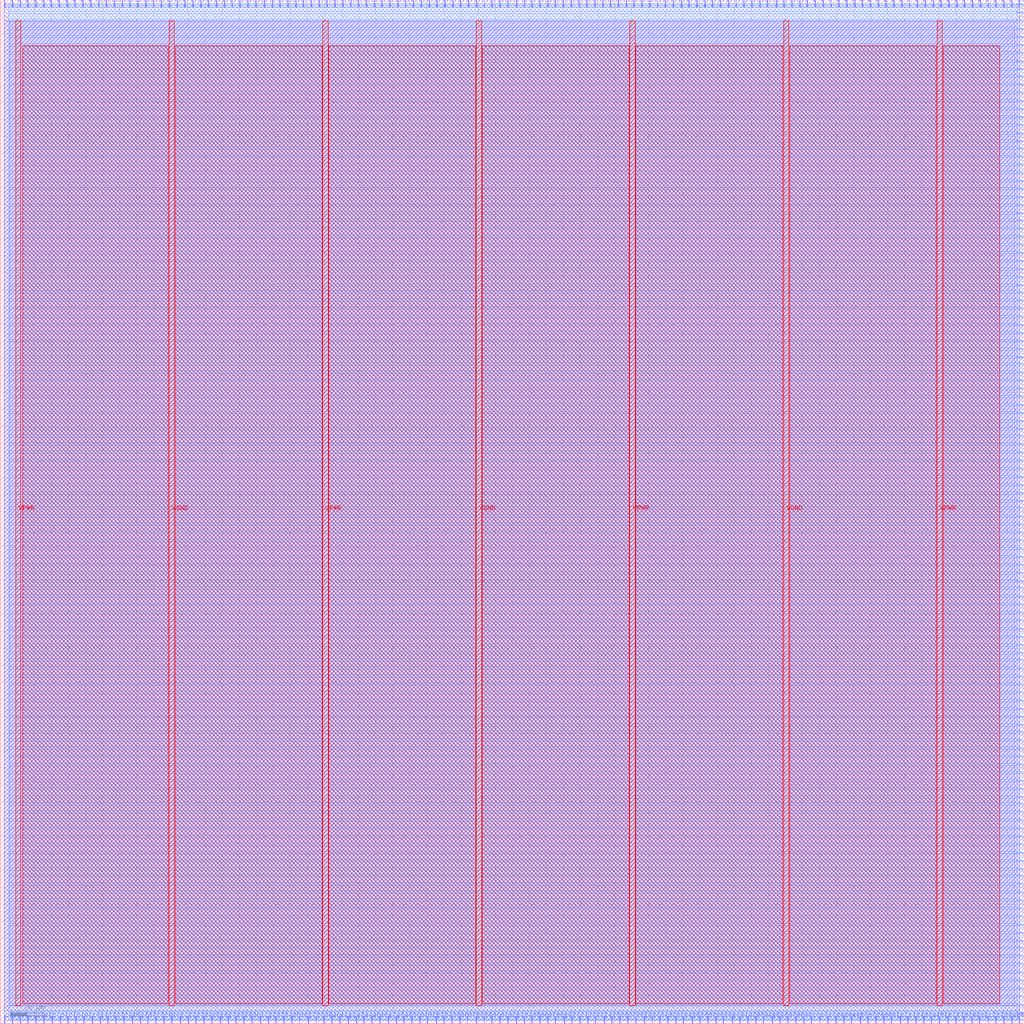
<source format=lef>
VERSION 5.7 ;
  NOWIREEXTENSIONATPIN ON ;
  DIVIDERCHAR "/" ;
  BUSBITCHARS "[]" ;
MACRO multiply_add_64x64
  CLASS BLOCK ;
  FOREIGN multiply_add_64x64 ;
  ORIGIN 0.000 0.000 ;
  SIZE 600.000 BY 600.000 ;
  PIN VGND
    DIRECTION INPUT ;
    USE GROUND ;
    PORT
      LAYER met4 ;
        RECT 98.970 10.640 102.070 587.760 ;
    END
    PORT
      LAYER met4 ;
        RECT 278.970 10.640 282.070 587.760 ;
    END
    PORT
      LAYER met4 ;
        RECT 458.970 10.640 462.070 587.760 ;
    END
  END VGND
  PIN VPWR
    DIRECTION INPUT ;
    USE POWER ;
    PORT
      LAYER met4 ;
        RECT 8.970 10.640 12.070 587.760 ;
    END
    PORT
      LAYER met4 ;
        RECT 188.970 10.640 192.070 587.760 ;
    END
    PORT
      LAYER met4 ;
        RECT 368.970 10.640 372.070 587.760 ;
    END
    PORT
      LAYER met4 ;
        RECT 548.970 10.640 552.070 587.760 ;
    END
  END VPWR
  PIN a[0]
    DIRECTION INPUT ;
    USE SIGNAL ;
    PORT
      LAYER met3 ;
        RECT 596.000 2.080 600.000 2.680 ;
    END
  END a[0]
  PIN a[10]
    DIRECTION INPUT ;
    USE SIGNAL ;
    PORT
      LAYER met3 ;
        RECT 596.000 48.320 600.000 48.920 ;
    END
  END a[10]
  PIN a[11]
    DIRECTION INPUT ;
    USE SIGNAL ;
    PORT
      LAYER met3 ;
        RECT 596.000 53.080 600.000 53.680 ;
    END
  END a[11]
  PIN a[12]
    DIRECTION INPUT ;
    USE SIGNAL ;
    PORT
      LAYER met3 ;
        RECT 596.000 57.840 600.000 58.440 ;
    END
  END a[12]
  PIN a[13]
    DIRECTION INPUT ;
    USE SIGNAL ;
    PORT
      LAYER met3 ;
        RECT 596.000 62.600 600.000 63.200 ;
    END
  END a[13]
  PIN a[14]
    DIRECTION INPUT ;
    USE SIGNAL ;
    PORT
      LAYER met3 ;
        RECT 596.000 67.360 600.000 67.960 ;
    END
  END a[14]
  PIN a[15]
    DIRECTION INPUT ;
    USE SIGNAL ;
    PORT
      LAYER met3 ;
        RECT 596.000 72.120 600.000 72.720 ;
    END
  END a[15]
  PIN a[16]
    DIRECTION INPUT ;
    USE SIGNAL ;
    PORT
      LAYER met3 ;
        RECT 596.000 76.880 600.000 77.480 ;
    END
  END a[16]
  PIN a[17]
    DIRECTION INPUT ;
    USE SIGNAL ;
    PORT
      LAYER met3 ;
        RECT 596.000 81.640 600.000 82.240 ;
    END
  END a[17]
  PIN a[18]
    DIRECTION INPUT ;
    USE SIGNAL ;
    PORT
      LAYER met3 ;
        RECT 596.000 86.400 600.000 87.000 ;
    END
  END a[18]
  PIN a[19]
    DIRECTION INPUT ;
    USE SIGNAL ;
    PORT
      LAYER met3 ;
        RECT 596.000 90.480 600.000 91.080 ;
    END
  END a[19]
  PIN a[1]
    DIRECTION INPUT ;
    USE SIGNAL ;
    PORT
      LAYER met3 ;
        RECT 596.000 6.160 600.000 6.760 ;
    END
  END a[1]
  PIN a[20]
    DIRECTION INPUT ;
    USE SIGNAL ;
    PORT
      LAYER met3 ;
        RECT 596.000 95.240 600.000 95.840 ;
    END
  END a[20]
  PIN a[21]
    DIRECTION INPUT ;
    USE SIGNAL ;
    PORT
      LAYER met3 ;
        RECT 596.000 100.000 600.000 100.600 ;
    END
  END a[21]
  PIN a[22]
    DIRECTION INPUT ;
    USE SIGNAL ;
    PORT
      LAYER met3 ;
        RECT 596.000 104.760 600.000 105.360 ;
    END
  END a[22]
  PIN a[23]
    DIRECTION INPUT ;
    USE SIGNAL ;
    PORT
      LAYER met3 ;
        RECT 596.000 109.520 600.000 110.120 ;
    END
  END a[23]
  PIN a[24]
    DIRECTION INPUT ;
    USE SIGNAL ;
    PORT
      LAYER met3 ;
        RECT 596.000 114.280 600.000 114.880 ;
    END
  END a[24]
  PIN a[25]
    DIRECTION INPUT ;
    USE SIGNAL ;
    PORT
      LAYER met3 ;
        RECT 596.000 119.040 600.000 119.640 ;
    END
  END a[25]
  PIN a[26]
    DIRECTION INPUT ;
    USE SIGNAL ;
    PORT
      LAYER met3 ;
        RECT 596.000 123.800 600.000 124.400 ;
    END
  END a[26]
  PIN a[27]
    DIRECTION INPUT ;
    USE SIGNAL ;
    PORT
      LAYER met3 ;
        RECT 596.000 128.560 600.000 129.160 ;
    END
  END a[27]
  PIN a[28]
    DIRECTION INPUT ;
    USE SIGNAL ;
    PORT
      LAYER met3 ;
        RECT 596.000 132.640 600.000 133.240 ;
    END
  END a[28]
  PIN a[29]
    DIRECTION INPUT ;
    USE SIGNAL ;
    PORT
      LAYER met3 ;
        RECT 596.000 137.400 600.000 138.000 ;
    END
  END a[29]
  PIN a[2]
    DIRECTION INPUT ;
    USE SIGNAL ;
    PORT
      LAYER met3 ;
        RECT 596.000 10.920 600.000 11.520 ;
    END
  END a[2]
  PIN a[30]
    DIRECTION INPUT ;
    USE SIGNAL ;
    PORT
      LAYER met3 ;
        RECT 596.000 142.160 600.000 142.760 ;
    END
  END a[30]
  PIN a[31]
    DIRECTION INPUT ;
    USE SIGNAL ;
    PORT
      LAYER met3 ;
        RECT 596.000 146.920 600.000 147.520 ;
    END
  END a[31]
  PIN a[32]
    DIRECTION INPUT ;
    USE SIGNAL ;
    PORT
      LAYER met3 ;
        RECT 596.000 151.680 600.000 152.280 ;
    END
  END a[32]
  PIN a[33]
    DIRECTION INPUT ;
    USE SIGNAL ;
    PORT
      LAYER met3 ;
        RECT 596.000 156.440 600.000 157.040 ;
    END
  END a[33]
  PIN a[34]
    DIRECTION INPUT ;
    USE SIGNAL ;
    PORT
      LAYER met3 ;
        RECT 596.000 161.200 600.000 161.800 ;
    END
  END a[34]
  PIN a[35]
    DIRECTION INPUT ;
    USE SIGNAL ;
    PORT
      LAYER met3 ;
        RECT 596.000 165.960 600.000 166.560 ;
    END
  END a[35]
  PIN a[36]
    DIRECTION INPUT ;
    USE SIGNAL ;
    PORT
      LAYER met3 ;
        RECT 596.000 170.720 600.000 171.320 ;
    END
  END a[36]
  PIN a[37]
    DIRECTION INPUT ;
    USE SIGNAL ;
    PORT
      LAYER met3 ;
        RECT 596.000 174.800 600.000 175.400 ;
    END
  END a[37]
  PIN a[38]
    DIRECTION INPUT ;
    USE SIGNAL ;
    PORT
      LAYER met3 ;
        RECT 596.000 179.560 600.000 180.160 ;
    END
  END a[38]
  PIN a[39]
    DIRECTION INPUT ;
    USE SIGNAL ;
    PORT
      LAYER met3 ;
        RECT 596.000 184.320 600.000 184.920 ;
    END
  END a[39]
  PIN a[3]
    DIRECTION INPUT ;
    USE SIGNAL ;
    PORT
      LAYER met3 ;
        RECT 596.000 15.680 600.000 16.280 ;
    END
  END a[3]
  PIN a[40]
    DIRECTION INPUT ;
    USE SIGNAL ;
    PORT
      LAYER met3 ;
        RECT 596.000 189.080 600.000 189.680 ;
    END
  END a[40]
  PIN a[41]
    DIRECTION INPUT ;
    USE SIGNAL ;
    PORT
      LAYER met3 ;
        RECT 596.000 193.840 600.000 194.440 ;
    END
  END a[41]
  PIN a[42]
    DIRECTION INPUT ;
    USE SIGNAL ;
    PORT
      LAYER met3 ;
        RECT 596.000 198.600 600.000 199.200 ;
    END
  END a[42]
  PIN a[43]
    DIRECTION INPUT ;
    USE SIGNAL ;
    PORT
      LAYER met3 ;
        RECT 596.000 203.360 600.000 203.960 ;
    END
  END a[43]
  PIN a[44]
    DIRECTION INPUT ;
    USE SIGNAL ;
    PORT
      LAYER met3 ;
        RECT 596.000 208.120 600.000 208.720 ;
    END
  END a[44]
  PIN a[45]
    DIRECTION INPUT ;
    USE SIGNAL ;
    PORT
      LAYER met3 ;
        RECT 596.000 212.880 600.000 213.480 ;
    END
  END a[45]
  PIN a[46]
    DIRECTION INPUT ;
    USE SIGNAL ;
    PORT
      LAYER met3 ;
        RECT 596.000 216.960 600.000 217.560 ;
    END
  END a[46]
  PIN a[47]
    DIRECTION INPUT ;
    USE SIGNAL ;
    PORT
      LAYER met3 ;
        RECT 596.000 221.720 600.000 222.320 ;
    END
  END a[47]
  PIN a[48]
    DIRECTION INPUT ;
    USE SIGNAL ;
    PORT
      LAYER met3 ;
        RECT 596.000 226.480 600.000 227.080 ;
    END
  END a[48]
  PIN a[49]
    DIRECTION INPUT ;
    USE SIGNAL ;
    PORT
      LAYER met3 ;
        RECT 596.000 231.240 600.000 231.840 ;
    END
  END a[49]
  PIN a[4]
    DIRECTION INPUT ;
    USE SIGNAL ;
    PORT
      LAYER met3 ;
        RECT 596.000 20.440 600.000 21.040 ;
    END
  END a[4]
  PIN a[50]
    DIRECTION INPUT ;
    USE SIGNAL ;
    PORT
      LAYER met3 ;
        RECT 596.000 236.000 600.000 236.600 ;
    END
  END a[50]
  PIN a[51]
    DIRECTION INPUT ;
    USE SIGNAL ;
    PORT
      LAYER met3 ;
        RECT 596.000 240.760 600.000 241.360 ;
    END
  END a[51]
  PIN a[52]
    DIRECTION INPUT ;
    USE SIGNAL ;
    PORT
      LAYER met3 ;
        RECT 596.000 245.520 600.000 246.120 ;
    END
  END a[52]
  PIN a[53]
    DIRECTION INPUT ;
    USE SIGNAL ;
    PORT
      LAYER met3 ;
        RECT 596.000 250.280 600.000 250.880 ;
    END
  END a[53]
  PIN a[54]
    DIRECTION INPUT ;
    USE SIGNAL ;
    PORT
      LAYER met3 ;
        RECT 596.000 255.040 600.000 255.640 ;
    END
  END a[54]
  PIN a[55]
    DIRECTION INPUT ;
    USE SIGNAL ;
    PORT
      LAYER met3 ;
        RECT 596.000 259.120 600.000 259.720 ;
    END
  END a[55]
  PIN a[56]
    DIRECTION INPUT ;
    USE SIGNAL ;
    PORT
      LAYER met3 ;
        RECT 596.000 263.880 600.000 264.480 ;
    END
  END a[56]
  PIN a[57]
    DIRECTION INPUT ;
    USE SIGNAL ;
    PORT
      LAYER met3 ;
        RECT 596.000 268.640 600.000 269.240 ;
    END
  END a[57]
  PIN a[58]
    DIRECTION INPUT ;
    USE SIGNAL ;
    PORT
      LAYER met3 ;
        RECT 596.000 273.400 600.000 274.000 ;
    END
  END a[58]
  PIN a[59]
    DIRECTION INPUT ;
    USE SIGNAL ;
    PORT
      LAYER met3 ;
        RECT 596.000 278.160 600.000 278.760 ;
    END
  END a[59]
  PIN a[5]
    DIRECTION INPUT ;
    USE SIGNAL ;
    PORT
      LAYER met3 ;
        RECT 596.000 25.200 600.000 25.800 ;
    END
  END a[5]
  PIN a[60]
    DIRECTION INPUT ;
    USE SIGNAL ;
    PORT
      LAYER met3 ;
        RECT 596.000 282.920 600.000 283.520 ;
    END
  END a[60]
  PIN a[61]
    DIRECTION INPUT ;
    USE SIGNAL ;
    PORT
      LAYER met3 ;
        RECT 596.000 287.680 600.000 288.280 ;
    END
  END a[61]
  PIN a[62]
    DIRECTION INPUT ;
    USE SIGNAL ;
    PORT
      LAYER met3 ;
        RECT 596.000 292.440 600.000 293.040 ;
    END
  END a[62]
  PIN a[63]
    DIRECTION INPUT ;
    USE SIGNAL ;
    PORT
      LAYER met3 ;
        RECT 596.000 297.200 600.000 297.800 ;
    END
  END a[63]
  PIN a[6]
    DIRECTION INPUT ;
    USE SIGNAL ;
    PORT
      LAYER met3 ;
        RECT 596.000 29.960 600.000 30.560 ;
    END
  END a[6]
  PIN a[7]
    DIRECTION INPUT ;
    USE SIGNAL ;
    PORT
      LAYER met3 ;
        RECT 596.000 34.720 600.000 35.320 ;
    END
  END a[7]
  PIN a[8]
    DIRECTION INPUT ;
    USE SIGNAL ;
    PORT
      LAYER met3 ;
        RECT 596.000 39.480 600.000 40.080 ;
    END
  END a[8]
  PIN a[9]
    DIRECTION INPUT ;
    USE SIGNAL ;
    PORT
      LAYER met3 ;
        RECT 596.000 44.240 600.000 44.840 ;
    END
  END a[9]
  PIN b[0]
    DIRECTION INPUT ;
    USE SIGNAL ;
    PORT
      LAYER met3 ;
        RECT 596.000 301.960 600.000 302.560 ;
    END
  END b[0]
  PIN b[10]
    DIRECTION INPUT ;
    USE SIGNAL ;
    PORT
      LAYER met3 ;
        RECT 596.000 348.200 600.000 348.800 ;
    END
  END b[10]
  PIN b[11]
    DIRECTION INPUT ;
    USE SIGNAL ;
    PORT
      LAYER met3 ;
        RECT 596.000 352.960 600.000 353.560 ;
    END
  END b[11]
  PIN b[12]
    DIRECTION INPUT ;
    USE SIGNAL ;
    PORT
      LAYER met3 ;
        RECT 596.000 357.720 600.000 358.320 ;
    END
  END b[12]
  PIN b[13]
    DIRECTION INPUT ;
    USE SIGNAL ;
    PORT
      LAYER met3 ;
        RECT 596.000 362.480 600.000 363.080 ;
    END
  END b[13]
  PIN b[14]
    DIRECTION INPUT ;
    USE SIGNAL ;
    PORT
      LAYER met3 ;
        RECT 596.000 367.240 600.000 367.840 ;
    END
  END b[14]
  PIN b[15]
    DIRECTION INPUT ;
    USE SIGNAL ;
    PORT
      LAYER met3 ;
        RECT 596.000 372.000 600.000 372.600 ;
    END
  END b[15]
  PIN b[16]
    DIRECTION INPUT ;
    USE SIGNAL ;
    PORT
      LAYER met3 ;
        RECT 596.000 376.760 600.000 377.360 ;
    END
  END b[16]
  PIN b[17]
    DIRECTION INPUT ;
    USE SIGNAL ;
    PORT
      LAYER met3 ;
        RECT 596.000 381.520 600.000 382.120 ;
    END
  END b[17]
  PIN b[18]
    DIRECTION INPUT ;
    USE SIGNAL ;
    PORT
      LAYER met3 ;
        RECT 596.000 386.280 600.000 386.880 ;
    END
  END b[18]
  PIN b[19]
    DIRECTION INPUT ;
    USE SIGNAL ;
    PORT
      LAYER met3 ;
        RECT 596.000 390.360 600.000 390.960 ;
    END
  END b[19]
  PIN b[1]
    DIRECTION INPUT ;
    USE SIGNAL ;
    PORT
      LAYER met3 ;
        RECT 596.000 306.040 600.000 306.640 ;
    END
  END b[1]
  PIN b[20]
    DIRECTION INPUT ;
    USE SIGNAL ;
    PORT
      LAYER met3 ;
        RECT 596.000 395.120 600.000 395.720 ;
    END
  END b[20]
  PIN b[21]
    DIRECTION INPUT ;
    USE SIGNAL ;
    PORT
      LAYER met3 ;
        RECT 596.000 399.880 600.000 400.480 ;
    END
  END b[21]
  PIN b[22]
    DIRECTION INPUT ;
    USE SIGNAL ;
    PORT
      LAYER met3 ;
        RECT 596.000 404.640 600.000 405.240 ;
    END
  END b[22]
  PIN b[23]
    DIRECTION INPUT ;
    USE SIGNAL ;
    PORT
      LAYER met3 ;
        RECT 596.000 409.400 600.000 410.000 ;
    END
  END b[23]
  PIN b[24]
    DIRECTION INPUT ;
    USE SIGNAL ;
    PORT
      LAYER met3 ;
        RECT 596.000 414.160 600.000 414.760 ;
    END
  END b[24]
  PIN b[25]
    DIRECTION INPUT ;
    USE SIGNAL ;
    PORT
      LAYER met3 ;
        RECT 596.000 418.920 600.000 419.520 ;
    END
  END b[25]
  PIN b[26]
    DIRECTION INPUT ;
    USE SIGNAL ;
    PORT
      LAYER met3 ;
        RECT 596.000 423.680 600.000 424.280 ;
    END
  END b[26]
  PIN b[27]
    DIRECTION INPUT ;
    USE SIGNAL ;
    PORT
      LAYER met3 ;
        RECT 596.000 428.440 600.000 429.040 ;
    END
  END b[27]
  PIN b[28]
    DIRECTION INPUT ;
    USE SIGNAL ;
    PORT
      LAYER met3 ;
        RECT 596.000 432.520 600.000 433.120 ;
    END
  END b[28]
  PIN b[29]
    DIRECTION INPUT ;
    USE SIGNAL ;
    PORT
      LAYER met3 ;
        RECT 596.000 437.280 600.000 437.880 ;
    END
  END b[29]
  PIN b[2]
    DIRECTION INPUT ;
    USE SIGNAL ;
    PORT
      LAYER met3 ;
        RECT 596.000 310.800 600.000 311.400 ;
    END
  END b[2]
  PIN b[30]
    DIRECTION INPUT ;
    USE SIGNAL ;
    PORT
      LAYER met3 ;
        RECT 596.000 442.040 600.000 442.640 ;
    END
  END b[30]
  PIN b[31]
    DIRECTION INPUT ;
    USE SIGNAL ;
    PORT
      LAYER met3 ;
        RECT 596.000 446.800 600.000 447.400 ;
    END
  END b[31]
  PIN b[32]
    DIRECTION INPUT ;
    USE SIGNAL ;
    PORT
      LAYER met3 ;
        RECT 596.000 451.560 600.000 452.160 ;
    END
  END b[32]
  PIN b[33]
    DIRECTION INPUT ;
    USE SIGNAL ;
    PORT
      LAYER met3 ;
        RECT 596.000 456.320 600.000 456.920 ;
    END
  END b[33]
  PIN b[34]
    DIRECTION INPUT ;
    USE SIGNAL ;
    PORT
      LAYER met3 ;
        RECT 596.000 461.080 600.000 461.680 ;
    END
  END b[34]
  PIN b[35]
    DIRECTION INPUT ;
    USE SIGNAL ;
    PORT
      LAYER met3 ;
        RECT 596.000 465.840 600.000 466.440 ;
    END
  END b[35]
  PIN b[36]
    DIRECTION INPUT ;
    USE SIGNAL ;
    PORT
      LAYER met3 ;
        RECT 596.000 470.600 600.000 471.200 ;
    END
  END b[36]
  PIN b[37]
    DIRECTION INPUT ;
    USE SIGNAL ;
    PORT
      LAYER met3 ;
        RECT 596.000 474.680 600.000 475.280 ;
    END
  END b[37]
  PIN b[38]
    DIRECTION INPUT ;
    USE SIGNAL ;
    PORT
      LAYER met3 ;
        RECT 596.000 479.440 600.000 480.040 ;
    END
  END b[38]
  PIN b[39]
    DIRECTION INPUT ;
    USE SIGNAL ;
    PORT
      LAYER met3 ;
        RECT 596.000 484.200 600.000 484.800 ;
    END
  END b[39]
  PIN b[3]
    DIRECTION INPUT ;
    USE SIGNAL ;
    PORT
      LAYER met3 ;
        RECT 596.000 315.560 600.000 316.160 ;
    END
  END b[3]
  PIN b[40]
    DIRECTION INPUT ;
    USE SIGNAL ;
    PORT
      LAYER met3 ;
        RECT 596.000 488.960 600.000 489.560 ;
    END
  END b[40]
  PIN b[41]
    DIRECTION INPUT ;
    USE SIGNAL ;
    PORT
      LAYER met3 ;
        RECT 596.000 493.720 600.000 494.320 ;
    END
  END b[41]
  PIN b[42]
    DIRECTION INPUT ;
    USE SIGNAL ;
    PORT
      LAYER met3 ;
        RECT 596.000 498.480 600.000 499.080 ;
    END
  END b[42]
  PIN b[43]
    DIRECTION INPUT ;
    USE SIGNAL ;
    PORT
      LAYER met3 ;
        RECT 596.000 503.240 600.000 503.840 ;
    END
  END b[43]
  PIN b[44]
    DIRECTION INPUT ;
    USE SIGNAL ;
    PORT
      LAYER met3 ;
        RECT 596.000 508.000 600.000 508.600 ;
    END
  END b[44]
  PIN b[45]
    DIRECTION INPUT ;
    USE SIGNAL ;
    PORT
      LAYER met3 ;
        RECT 596.000 512.760 600.000 513.360 ;
    END
  END b[45]
  PIN b[46]
    DIRECTION INPUT ;
    USE SIGNAL ;
    PORT
      LAYER met3 ;
        RECT 596.000 516.840 600.000 517.440 ;
    END
  END b[46]
  PIN b[47]
    DIRECTION INPUT ;
    USE SIGNAL ;
    PORT
      LAYER met3 ;
        RECT 596.000 521.600 600.000 522.200 ;
    END
  END b[47]
  PIN b[48]
    DIRECTION INPUT ;
    USE SIGNAL ;
    PORT
      LAYER met3 ;
        RECT 596.000 526.360 600.000 526.960 ;
    END
  END b[48]
  PIN b[49]
    DIRECTION INPUT ;
    USE SIGNAL ;
    PORT
      LAYER met3 ;
        RECT 596.000 531.120 600.000 531.720 ;
    END
  END b[49]
  PIN b[4]
    DIRECTION INPUT ;
    USE SIGNAL ;
    PORT
      LAYER met3 ;
        RECT 596.000 320.320 600.000 320.920 ;
    END
  END b[4]
  PIN b[50]
    DIRECTION INPUT ;
    USE SIGNAL ;
    PORT
      LAYER met3 ;
        RECT 596.000 535.880 600.000 536.480 ;
    END
  END b[50]
  PIN b[51]
    DIRECTION INPUT ;
    USE SIGNAL ;
    PORT
      LAYER met3 ;
        RECT 596.000 540.640 600.000 541.240 ;
    END
  END b[51]
  PIN b[52]
    DIRECTION INPUT ;
    USE SIGNAL ;
    PORT
      LAYER met3 ;
        RECT 596.000 545.400 600.000 546.000 ;
    END
  END b[52]
  PIN b[53]
    DIRECTION INPUT ;
    USE SIGNAL ;
    PORT
      LAYER met3 ;
        RECT 596.000 550.160 600.000 550.760 ;
    END
  END b[53]
  PIN b[54]
    DIRECTION INPUT ;
    USE SIGNAL ;
    PORT
      LAYER met3 ;
        RECT 596.000 554.920 600.000 555.520 ;
    END
  END b[54]
  PIN b[55]
    DIRECTION INPUT ;
    USE SIGNAL ;
    PORT
      LAYER met3 ;
        RECT 596.000 559.000 600.000 559.600 ;
    END
  END b[55]
  PIN b[56]
    DIRECTION INPUT ;
    USE SIGNAL ;
    PORT
      LAYER met3 ;
        RECT 596.000 563.760 600.000 564.360 ;
    END
  END b[56]
  PIN b[57]
    DIRECTION INPUT ;
    USE SIGNAL ;
    PORT
      LAYER met3 ;
        RECT 596.000 568.520 600.000 569.120 ;
    END
  END b[57]
  PIN b[58]
    DIRECTION INPUT ;
    USE SIGNAL ;
    PORT
      LAYER met3 ;
        RECT 596.000 573.280 600.000 573.880 ;
    END
  END b[58]
  PIN b[59]
    DIRECTION INPUT ;
    USE SIGNAL ;
    PORT
      LAYER met3 ;
        RECT 596.000 578.040 600.000 578.640 ;
    END
  END b[59]
  PIN b[5]
    DIRECTION INPUT ;
    USE SIGNAL ;
    PORT
      LAYER met3 ;
        RECT 596.000 325.080 600.000 325.680 ;
    END
  END b[5]
  PIN b[60]
    DIRECTION INPUT ;
    USE SIGNAL ;
    PORT
      LAYER met3 ;
        RECT 596.000 582.800 600.000 583.400 ;
    END
  END b[60]
  PIN b[61]
    DIRECTION INPUT ;
    USE SIGNAL ;
    PORT
      LAYER met3 ;
        RECT 596.000 587.560 600.000 588.160 ;
    END
  END b[61]
  PIN b[62]
    DIRECTION INPUT ;
    USE SIGNAL ;
    PORT
      LAYER met3 ;
        RECT 596.000 592.320 600.000 592.920 ;
    END
  END b[62]
  PIN b[63]
    DIRECTION INPUT ;
    USE SIGNAL ;
    PORT
      LAYER met3 ;
        RECT 596.000 597.080 600.000 597.680 ;
    END
  END b[63]
  PIN b[6]
    DIRECTION INPUT ;
    USE SIGNAL ;
    PORT
      LAYER met3 ;
        RECT 596.000 329.840 600.000 330.440 ;
    END
  END b[6]
  PIN b[7]
    DIRECTION INPUT ;
    USE SIGNAL ;
    PORT
      LAYER met3 ;
        RECT 596.000 334.600 600.000 335.200 ;
    END
  END b[7]
  PIN b[8]
    DIRECTION INPUT ;
    USE SIGNAL ;
    PORT
      LAYER met3 ;
        RECT 596.000 339.360 600.000 339.960 ;
    END
  END b[8]
  PIN b[9]
    DIRECTION INPUT ;
    USE SIGNAL ;
    PORT
      LAYER met3 ;
        RECT 596.000 344.120 600.000 344.720 ;
    END
  END b[9]
  PIN c[0]
    DIRECTION INPUT ;
    USE SIGNAL ;
    PORT
      LAYER met2 ;
        RECT 2.390 0.000 2.670 4.000 ;
    END
  END c[0]
  PIN c[100]
    DIRECTION INPUT ;
    USE SIGNAL ;
    PORT
      LAYER met2 ;
        RECT 470.670 0.000 470.950 4.000 ;
    END
  END c[100]
  PIN c[101]
    DIRECTION INPUT ;
    USE SIGNAL ;
    PORT
      LAYER met2 ;
        RECT 475.270 0.000 475.550 4.000 ;
    END
  END c[101]
  PIN c[102]
    DIRECTION INPUT ;
    USE SIGNAL ;
    PORT
      LAYER met2 ;
        RECT 480.330 0.000 480.610 4.000 ;
    END
  END c[102]
  PIN c[103]
    DIRECTION INPUT ;
    USE SIGNAL ;
    PORT
      LAYER met2 ;
        RECT 484.930 0.000 485.210 4.000 ;
    END
  END c[103]
  PIN c[104]
    DIRECTION INPUT ;
    USE SIGNAL ;
    PORT
      LAYER met2 ;
        RECT 489.530 0.000 489.810 4.000 ;
    END
  END c[104]
  PIN c[105]
    DIRECTION INPUT ;
    USE SIGNAL ;
    PORT
      LAYER met2 ;
        RECT 494.130 0.000 494.410 4.000 ;
    END
  END c[105]
  PIN c[106]
    DIRECTION INPUT ;
    USE SIGNAL ;
    PORT
      LAYER met2 ;
        RECT 498.730 0.000 499.010 4.000 ;
    END
  END c[106]
  PIN c[107]
    DIRECTION INPUT ;
    USE SIGNAL ;
    PORT
      LAYER met2 ;
        RECT 503.790 0.000 504.070 4.000 ;
    END
  END c[107]
  PIN c[108]
    DIRECTION INPUT ;
    USE SIGNAL ;
    PORT
      LAYER met2 ;
        RECT 508.390 0.000 508.670 4.000 ;
    END
  END c[108]
  PIN c[109]
    DIRECTION INPUT ;
    USE SIGNAL ;
    PORT
      LAYER met2 ;
        RECT 512.990 0.000 513.270 4.000 ;
    END
  END c[109]
  PIN c[10]
    DIRECTION INPUT ;
    USE SIGNAL ;
    PORT
      LAYER met2 ;
        RECT 48.850 0.000 49.130 4.000 ;
    END
  END c[10]
  PIN c[110]
    DIRECTION INPUT ;
    USE SIGNAL ;
    PORT
      LAYER met2 ;
        RECT 517.590 0.000 517.870 4.000 ;
    END
  END c[110]
  PIN c[111]
    DIRECTION INPUT ;
    USE SIGNAL ;
    PORT
      LAYER met2 ;
        RECT 522.190 0.000 522.470 4.000 ;
    END
  END c[111]
  PIN c[112]
    DIRECTION INPUT ;
    USE SIGNAL ;
    PORT
      LAYER met2 ;
        RECT 527.250 0.000 527.530 4.000 ;
    END
  END c[112]
  PIN c[113]
    DIRECTION INPUT ;
    USE SIGNAL ;
    PORT
      LAYER met2 ;
        RECT 531.850 0.000 532.130 4.000 ;
    END
  END c[113]
  PIN c[114]
    DIRECTION INPUT ;
    USE SIGNAL ;
    PORT
      LAYER met2 ;
        RECT 536.450 0.000 536.730 4.000 ;
    END
  END c[114]
  PIN c[115]
    DIRECTION INPUT ;
    USE SIGNAL ;
    PORT
      LAYER met2 ;
        RECT 541.050 0.000 541.330 4.000 ;
    END
  END c[115]
  PIN c[116]
    DIRECTION INPUT ;
    USE SIGNAL ;
    PORT
      LAYER met2 ;
        RECT 545.650 0.000 545.930 4.000 ;
    END
  END c[116]
  PIN c[117]
    DIRECTION INPUT ;
    USE SIGNAL ;
    PORT
      LAYER met2 ;
        RECT 550.250 0.000 550.530 4.000 ;
    END
  END c[117]
  PIN c[118]
    DIRECTION INPUT ;
    USE SIGNAL ;
    PORT
      LAYER met2 ;
        RECT 555.310 0.000 555.590 4.000 ;
    END
  END c[118]
  PIN c[119]
    DIRECTION INPUT ;
    USE SIGNAL ;
    PORT
      LAYER met2 ;
        RECT 559.910 0.000 560.190 4.000 ;
    END
  END c[119]
  PIN c[11]
    DIRECTION INPUT ;
    USE SIGNAL ;
    PORT
      LAYER met2 ;
        RECT 53.910 0.000 54.190 4.000 ;
    END
  END c[11]
  PIN c[120]
    DIRECTION INPUT ;
    USE SIGNAL ;
    PORT
      LAYER met2 ;
        RECT 564.510 0.000 564.790 4.000 ;
    END
  END c[120]
  PIN c[121]
    DIRECTION INPUT ;
    USE SIGNAL ;
    PORT
      LAYER met2 ;
        RECT 569.110 0.000 569.390 4.000 ;
    END
  END c[121]
  PIN c[122]
    DIRECTION INPUT ;
    USE SIGNAL ;
    PORT
      LAYER met2 ;
        RECT 573.710 0.000 573.990 4.000 ;
    END
  END c[122]
  PIN c[123]
    DIRECTION INPUT ;
    USE SIGNAL ;
    PORT
      LAYER met2 ;
        RECT 578.770 0.000 579.050 4.000 ;
    END
  END c[123]
  PIN c[124]
    DIRECTION INPUT ;
    USE SIGNAL ;
    PORT
      LAYER met2 ;
        RECT 583.370 0.000 583.650 4.000 ;
    END
  END c[124]
  PIN c[125]
    DIRECTION INPUT ;
    USE SIGNAL ;
    PORT
      LAYER met2 ;
        RECT 587.970 0.000 588.250 4.000 ;
    END
  END c[125]
  PIN c[126]
    DIRECTION INPUT ;
    USE SIGNAL ;
    PORT
      LAYER met2 ;
        RECT 592.570 0.000 592.850 4.000 ;
    END
  END c[126]
  PIN c[127]
    DIRECTION INPUT ;
    USE SIGNAL ;
    PORT
      LAYER met2 ;
        RECT 597.170 0.000 597.450 4.000 ;
    END
  END c[127]
  PIN c[12]
    DIRECTION INPUT ;
    USE SIGNAL ;
    PORT
      LAYER met2 ;
        RECT 58.510 0.000 58.790 4.000 ;
    END
  END c[12]
  PIN c[13]
    DIRECTION INPUT ;
    USE SIGNAL ;
    PORT
      LAYER met2 ;
        RECT 63.110 0.000 63.390 4.000 ;
    END
  END c[13]
  PIN c[14]
    DIRECTION INPUT ;
    USE SIGNAL ;
    PORT
      LAYER met2 ;
        RECT 67.710 0.000 67.990 4.000 ;
    END
  END c[14]
  PIN c[15]
    DIRECTION INPUT ;
    USE SIGNAL ;
    PORT
      LAYER met2 ;
        RECT 72.310 0.000 72.590 4.000 ;
    END
  END c[15]
  PIN c[16]
    DIRECTION INPUT ;
    USE SIGNAL ;
    PORT
      LAYER met2 ;
        RECT 77.370 0.000 77.650 4.000 ;
    END
  END c[16]
  PIN c[17]
    DIRECTION INPUT ;
    USE SIGNAL ;
    PORT
      LAYER met2 ;
        RECT 81.970 0.000 82.250 4.000 ;
    END
  END c[17]
  PIN c[18]
    DIRECTION INPUT ;
    USE SIGNAL ;
    PORT
      LAYER met2 ;
        RECT 86.570 0.000 86.850 4.000 ;
    END
  END c[18]
  PIN c[19]
    DIRECTION INPUT ;
    USE SIGNAL ;
    PORT
      LAYER met2 ;
        RECT 91.170 0.000 91.450 4.000 ;
    END
  END c[19]
  PIN c[1]
    DIRECTION INPUT ;
    USE SIGNAL ;
    PORT
      LAYER met2 ;
        RECT 6.990 0.000 7.270 4.000 ;
    END
  END c[1]
  PIN c[20]
    DIRECTION INPUT ;
    USE SIGNAL ;
    PORT
      LAYER met2 ;
        RECT 95.770 0.000 96.050 4.000 ;
    END
  END c[20]
  PIN c[21]
    DIRECTION INPUT ;
    USE SIGNAL ;
    PORT
      LAYER met2 ;
        RECT 100.370 0.000 100.650 4.000 ;
    END
  END c[21]
  PIN c[22]
    DIRECTION INPUT ;
    USE SIGNAL ;
    PORT
      LAYER met2 ;
        RECT 105.430 0.000 105.710 4.000 ;
    END
  END c[22]
  PIN c[23]
    DIRECTION INPUT ;
    USE SIGNAL ;
    PORT
      LAYER met2 ;
        RECT 110.030 0.000 110.310 4.000 ;
    END
  END c[23]
  PIN c[24]
    DIRECTION INPUT ;
    USE SIGNAL ;
    PORT
      LAYER met2 ;
        RECT 114.630 0.000 114.910 4.000 ;
    END
  END c[24]
  PIN c[25]
    DIRECTION INPUT ;
    USE SIGNAL ;
    PORT
      LAYER met2 ;
        RECT 119.230 0.000 119.510 4.000 ;
    END
  END c[25]
  PIN c[26]
    DIRECTION INPUT ;
    USE SIGNAL ;
    PORT
      LAYER met2 ;
        RECT 123.830 0.000 124.110 4.000 ;
    END
  END c[26]
  PIN c[27]
    DIRECTION INPUT ;
    USE SIGNAL ;
    PORT
      LAYER met2 ;
        RECT 128.890 0.000 129.170 4.000 ;
    END
  END c[27]
  PIN c[28]
    DIRECTION INPUT ;
    USE SIGNAL ;
    PORT
      LAYER met2 ;
        RECT 133.490 0.000 133.770 4.000 ;
    END
  END c[28]
  PIN c[29]
    DIRECTION INPUT ;
    USE SIGNAL ;
    PORT
      LAYER met2 ;
        RECT 138.090 0.000 138.370 4.000 ;
    END
  END c[29]
  PIN c[2]
    DIRECTION INPUT ;
    USE SIGNAL ;
    PORT
      LAYER met2 ;
        RECT 11.590 0.000 11.870 4.000 ;
    END
  END c[2]
  PIN c[30]
    DIRECTION INPUT ;
    USE SIGNAL ;
    PORT
      LAYER met2 ;
        RECT 142.690 0.000 142.970 4.000 ;
    END
  END c[30]
  PIN c[31]
    DIRECTION INPUT ;
    USE SIGNAL ;
    PORT
      LAYER met2 ;
        RECT 147.290 0.000 147.570 4.000 ;
    END
  END c[31]
  PIN c[32]
    DIRECTION INPUT ;
    USE SIGNAL ;
    PORT
      LAYER met2 ;
        RECT 152.350 0.000 152.630 4.000 ;
    END
  END c[32]
  PIN c[33]
    DIRECTION INPUT ;
    USE SIGNAL ;
    PORT
      LAYER met2 ;
        RECT 156.950 0.000 157.230 4.000 ;
    END
  END c[33]
  PIN c[34]
    DIRECTION INPUT ;
    USE SIGNAL ;
    PORT
      LAYER met2 ;
        RECT 161.550 0.000 161.830 4.000 ;
    END
  END c[34]
  PIN c[35]
    DIRECTION INPUT ;
    USE SIGNAL ;
    PORT
      LAYER met2 ;
        RECT 166.150 0.000 166.430 4.000 ;
    END
  END c[35]
  PIN c[36]
    DIRECTION INPUT ;
    USE SIGNAL ;
    PORT
      LAYER met2 ;
        RECT 170.750 0.000 171.030 4.000 ;
    END
  END c[36]
  PIN c[37]
    DIRECTION INPUT ;
    USE SIGNAL ;
    PORT
      LAYER met2 ;
        RECT 175.350 0.000 175.630 4.000 ;
    END
  END c[37]
  PIN c[38]
    DIRECTION INPUT ;
    USE SIGNAL ;
    PORT
      LAYER met2 ;
        RECT 180.410 0.000 180.690 4.000 ;
    END
  END c[38]
  PIN c[39]
    DIRECTION INPUT ;
    USE SIGNAL ;
    PORT
      LAYER met2 ;
        RECT 185.010 0.000 185.290 4.000 ;
    END
  END c[39]
  PIN c[3]
    DIRECTION INPUT ;
    USE SIGNAL ;
    PORT
      LAYER met2 ;
        RECT 16.190 0.000 16.470 4.000 ;
    END
  END c[3]
  PIN c[40]
    DIRECTION INPUT ;
    USE SIGNAL ;
    PORT
      LAYER met2 ;
        RECT 189.610 0.000 189.890 4.000 ;
    END
  END c[40]
  PIN c[41]
    DIRECTION INPUT ;
    USE SIGNAL ;
    PORT
      LAYER met2 ;
        RECT 194.210 0.000 194.490 4.000 ;
    END
  END c[41]
  PIN c[42]
    DIRECTION INPUT ;
    USE SIGNAL ;
    PORT
      LAYER met2 ;
        RECT 198.810 0.000 199.090 4.000 ;
    END
  END c[42]
  PIN c[43]
    DIRECTION INPUT ;
    USE SIGNAL ;
    PORT
      LAYER met2 ;
        RECT 203.870 0.000 204.150 4.000 ;
    END
  END c[43]
  PIN c[44]
    DIRECTION INPUT ;
    USE SIGNAL ;
    PORT
      LAYER met2 ;
        RECT 208.470 0.000 208.750 4.000 ;
    END
  END c[44]
  PIN c[45]
    DIRECTION INPUT ;
    USE SIGNAL ;
    PORT
      LAYER met2 ;
        RECT 213.070 0.000 213.350 4.000 ;
    END
  END c[45]
  PIN c[46]
    DIRECTION INPUT ;
    USE SIGNAL ;
    PORT
      LAYER met2 ;
        RECT 217.670 0.000 217.950 4.000 ;
    END
  END c[46]
  PIN c[47]
    DIRECTION INPUT ;
    USE SIGNAL ;
    PORT
      LAYER met2 ;
        RECT 222.270 0.000 222.550 4.000 ;
    END
  END c[47]
  PIN c[48]
    DIRECTION INPUT ;
    USE SIGNAL ;
    PORT
      LAYER met2 ;
        RECT 227.330 0.000 227.610 4.000 ;
    END
  END c[48]
  PIN c[49]
    DIRECTION INPUT ;
    USE SIGNAL ;
    PORT
      LAYER met2 ;
        RECT 231.930 0.000 232.210 4.000 ;
    END
  END c[49]
  PIN c[4]
    DIRECTION INPUT ;
    USE SIGNAL ;
    PORT
      LAYER met2 ;
        RECT 20.790 0.000 21.070 4.000 ;
    END
  END c[4]
  PIN c[50]
    DIRECTION INPUT ;
    USE SIGNAL ;
    PORT
      LAYER met2 ;
        RECT 236.530 0.000 236.810 4.000 ;
    END
  END c[50]
  PIN c[51]
    DIRECTION INPUT ;
    USE SIGNAL ;
    PORT
      LAYER met2 ;
        RECT 241.130 0.000 241.410 4.000 ;
    END
  END c[51]
  PIN c[52]
    DIRECTION INPUT ;
    USE SIGNAL ;
    PORT
      LAYER met2 ;
        RECT 245.730 0.000 246.010 4.000 ;
    END
  END c[52]
  PIN c[53]
    DIRECTION INPUT ;
    USE SIGNAL ;
    PORT
      LAYER met2 ;
        RECT 250.330 0.000 250.610 4.000 ;
    END
  END c[53]
  PIN c[54]
    DIRECTION INPUT ;
    USE SIGNAL ;
    PORT
      LAYER met2 ;
        RECT 255.390 0.000 255.670 4.000 ;
    END
  END c[54]
  PIN c[55]
    DIRECTION INPUT ;
    USE SIGNAL ;
    PORT
      LAYER met2 ;
        RECT 259.990 0.000 260.270 4.000 ;
    END
  END c[55]
  PIN c[56]
    DIRECTION INPUT ;
    USE SIGNAL ;
    PORT
      LAYER met2 ;
        RECT 264.590 0.000 264.870 4.000 ;
    END
  END c[56]
  PIN c[57]
    DIRECTION INPUT ;
    USE SIGNAL ;
    PORT
      LAYER met2 ;
        RECT 269.190 0.000 269.470 4.000 ;
    END
  END c[57]
  PIN c[58]
    DIRECTION INPUT ;
    USE SIGNAL ;
    PORT
      LAYER met2 ;
        RECT 273.790 0.000 274.070 4.000 ;
    END
  END c[58]
  PIN c[59]
    DIRECTION INPUT ;
    USE SIGNAL ;
    PORT
      LAYER met2 ;
        RECT 278.850 0.000 279.130 4.000 ;
    END
  END c[59]
  PIN c[5]
    DIRECTION INPUT ;
    USE SIGNAL ;
    PORT
      LAYER met2 ;
        RECT 25.390 0.000 25.670 4.000 ;
    END
  END c[5]
  PIN c[60]
    DIRECTION INPUT ;
    USE SIGNAL ;
    PORT
      LAYER met2 ;
        RECT 283.450 0.000 283.730 4.000 ;
    END
  END c[60]
  PIN c[61]
    DIRECTION INPUT ;
    USE SIGNAL ;
    PORT
      LAYER met2 ;
        RECT 288.050 0.000 288.330 4.000 ;
    END
  END c[61]
  PIN c[62]
    DIRECTION INPUT ;
    USE SIGNAL ;
    PORT
      LAYER met2 ;
        RECT 292.650 0.000 292.930 4.000 ;
    END
  END c[62]
  PIN c[63]
    DIRECTION INPUT ;
    USE SIGNAL ;
    PORT
      LAYER met2 ;
        RECT 297.250 0.000 297.530 4.000 ;
    END
  END c[63]
  PIN c[64]
    DIRECTION INPUT ;
    USE SIGNAL ;
    PORT
      LAYER met2 ;
        RECT 302.310 0.000 302.590 4.000 ;
    END
  END c[64]
  PIN c[65]
    DIRECTION INPUT ;
    USE SIGNAL ;
    PORT
      LAYER met2 ;
        RECT 306.910 0.000 307.190 4.000 ;
    END
  END c[65]
  PIN c[66]
    DIRECTION INPUT ;
    USE SIGNAL ;
    PORT
      LAYER met2 ;
        RECT 311.510 0.000 311.790 4.000 ;
    END
  END c[66]
  PIN c[67]
    DIRECTION INPUT ;
    USE SIGNAL ;
    PORT
      LAYER met2 ;
        RECT 316.110 0.000 316.390 4.000 ;
    END
  END c[67]
  PIN c[68]
    DIRECTION INPUT ;
    USE SIGNAL ;
    PORT
      LAYER met2 ;
        RECT 320.710 0.000 320.990 4.000 ;
    END
  END c[68]
  PIN c[69]
    DIRECTION INPUT ;
    USE SIGNAL ;
    PORT
      LAYER met2 ;
        RECT 325.310 0.000 325.590 4.000 ;
    END
  END c[69]
  PIN c[6]
    DIRECTION INPUT ;
    USE SIGNAL ;
    PORT
      LAYER met2 ;
        RECT 30.450 0.000 30.730 4.000 ;
    END
  END c[6]
  PIN c[70]
    DIRECTION INPUT ;
    USE SIGNAL ;
    PORT
      LAYER met2 ;
        RECT 330.370 0.000 330.650 4.000 ;
    END
  END c[70]
  PIN c[71]
    DIRECTION INPUT ;
    USE SIGNAL ;
    PORT
      LAYER met2 ;
        RECT 334.970 0.000 335.250 4.000 ;
    END
  END c[71]
  PIN c[72]
    DIRECTION INPUT ;
    USE SIGNAL ;
    PORT
      LAYER met2 ;
        RECT 339.570 0.000 339.850 4.000 ;
    END
  END c[72]
  PIN c[73]
    DIRECTION INPUT ;
    USE SIGNAL ;
    PORT
      LAYER met2 ;
        RECT 344.170 0.000 344.450 4.000 ;
    END
  END c[73]
  PIN c[74]
    DIRECTION INPUT ;
    USE SIGNAL ;
    PORT
      LAYER met2 ;
        RECT 348.770 0.000 349.050 4.000 ;
    END
  END c[74]
  PIN c[75]
    DIRECTION INPUT ;
    USE SIGNAL ;
    PORT
      LAYER met2 ;
        RECT 353.830 0.000 354.110 4.000 ;
    END
  END c[75]
  PIN c[76]
    DIRECTION INPUT ;
    USE SIGNAL ;
    PORT
      LAYER met2 ;
        RECT 358.430 0.000 358.710 4.000 ;
    END
  END c[76]
  PIN c[77]
    DIRECTION INPUT ;
    USE SIGNAL ;
    PORT
      LAYER met2 ;
        RECT 363.030 0.000 363.310 4.000 ;
    END
  END c[77]
  PIN c[78]
    DIRECTION INPUT ;
    USE SIGNAL ;
    PORT
      LAYER met2 ;
        RECT 367.630 0.000 367.910 4.000 ;
    END
  END c[78]
  PIN c[79]
    DIRECTION INPUT ;
    USE SIGNAL ;
    PORT
      LAYER met2 ;
        RECT 372.230 0.000 372.510 4.000 ;
    END
  END c[79]
  PIN c[7]
    DIRECTION INPUT ;
    USE SIGNAL ;
    PORT
      LAYER met2 ;
        RECT 35.050 0.000 35.330 4.000 ;
    END
  END c[7]
  PIN c[80]
    DIRECTION INPUT ;
    USE SIGNAL ;
    PORT
      LAYER met2 ;
        RECT 377.290 0.000 377.570 4.000 ;
    END
  END c[80]
  PIN c[81]
    DIRECTION INPUT ;
    USE SIGNAL ;
    PORT
      LAYER met2 ;
        RECT 381.890 0.000 382.170 4.000 ;
    END
  END c[81]
  PIN c[82]
    DIRECTION INPUT ;
    USE SIGNAL ;
    PORT
      LAYER met2 ;
        RECT 386.490 0.000 386.770 4.000 ;
    END
  END c[82]
  PIN c[83]
    DIRECTION INPUT ;
    USE SIGNAL ;
    PORT
      LAYER met2 ;
        RECT 391.090 0.000 391.370 4.000 ;
    END
  END c[83]
  PIN c[84]
    DIRECTION INPUT ;
    USE SIGNAL ;
    PORT
      LAYER met2 ;
        RECT 395.690 0.000 395.970 4.000 ;
    END
  END c[84]
  PIN c[85]
    DIRECTION INPUT ;
    USE SIGNAL ;
    PORT
      LAYER met2 ;
        RECT 400.290 0.000 400.570 4.000 ;
    END
  END c[85]
  PIN c[86]
    DIRECTION INPUT ;
    USE SIGNAL ;
    PORT
      LAYER met2 ;
        RECT 405.350 0.000 405.630 4.000 ;
    END
  END c[86]
  PIN c[87]
    DIRECTION INPUT ;
    USE SIGNAL ;
    PORT
      LAYER met2 ;
        RECT 409.950 0.000 410.230 4.000 ;
    END
  END c[87]
  PIN c[88]
    DIRECTION INPUT ;
    USE SIGNAL ;
    PORT
      LAYER met2 ;
        RECT 414.550 0.000 414.830 4.000 ;
    END
  END c[88]
  PIN c[89]
    DIRECTION INPUT ;
    USE SIGNAL ;
    PORT
      LAYER met2 ;
        RECT 419.150 0.000 419.430 4.000 ;
    END
  END c[89]
  PIN c[8]
    DIRECTION INPUT ;
    USE SIGNAL ;
    PORT
      LAYER met2 ;
        RECT 39.650 0.000 39.930 4.000 ;
    END
  END c[8]
  PIN c[90]
    DIRECTION INPUT ;
    USE SIGNAL ;
    PORT
      LAYER met2 ;
        RECT 423.750 0.000 424.030 4.000 ;
    END
  END c[90]
  PIN c[91]
    DIRECTION INPUT ;
    USE SIGNAL ;
    PORT
      LAYER met2 ;
        RECT 428.810 0.000 429.090 4.000 ;
    END
  END c[91]
  PIN c[92]
    DIRECTION INPUT ;
    USE SIGNAL ;
    PORT
      LAYER met2 ;
        RECT 433.410 0.000 433.690 4.000 ;
    END
  END c[92]
  PIN c[93]
    DIRECTION INPUT ;
    USE SIGNAL ;
    PORT
      LAYER met2 ;
        RECT 438.010 0.000 438.290 4.000 ;
    END
  END c[93]
  PIN c[94]
    DIRECTION INPUT ;
    USE SIGNAL ;
    PORT
      LAYER met2 ;
        RECT 442.610 0.000 442.890 4.000 ;
    END
  END c[94]
  PIN c[95]
    DIRECTION INPUT ;
    USE SIGNAL ;
    PORT
      LAYER met2 ;
        RECT 447.210 0.000 447.490 4.000 ;
    END
  END c[95]
  PIN c[96]
    DIRECTION INPUT ;
    USE SIGNAL ;
    PORT
      LAYER met2 ;
        RECT 452.270 0.000 452.550 4.000 ;
    END
  END c[96]
  PIN c[97]
    DIRECTION INPUT ;
    USE SIGNAL ;
    PORT
      LAYER met2 ;
        RECT 456.870 0.000 457.150 4.000 ;
    END
  END c[97]
  PIN c[98]
    DIRECTION INPUT ;
    USE SIGNAL ;
    PORT
      LAYER met2 ;
        RECT 461.470 0.000 461.750 4.000 ;
    END
  END c[98]
  PIN c[99]
    DIRECTION INPUT ;
    USE SIGNAL ;
    PORT
      LAYER met2 ;
        RECT 466.070 0.000 466.350 4.000 ;
    END
  END c[99]
  PIN c[9]
    DIRECTION INPUT ;
    USE SIGNAL ;
    PORT
      LAYER met2 ;
        RECT 44.250 0.000 44.530 4.000 ;
    END
  END c[9]
  PIN clk
    DIRECTION INPUT ;
    USE SIGNAL ;
    PORT
      LAYER met2 ;
        RECT 597.170 596.000 597.450 600.000 ;
    END
  END clk
  PIN o[0]
    DIRECTION OUTPUT TRISTATE ;
    USE SIGNAL ;
    PORT
      LAYER met2 ;
        RECT 2.390 596.000 2.670 600.000 ;
    END
  END o[0]
  PIN o[100]
    DIRECTION OUTPUT TRISTATE ;
    USE SIGNAL ;
    PORT
      LAYER met2 ;
        RECT 463.770 596.000 464.050 600.000 ;
    END
  END o[100]
  PIN o[101]
    DIRECTION OUTPUT TRISTATE ;
    USE SIGNAL ;
    PORT
      LAYER met2 ;
        RECT 468.370 596.000 468.650 600.000 ;
    END
  END o[101]
  PIN o[102]
    DIRECTION OUTPUT TRISTATE ;
    USE SIGNAL ;
    PORT
      LAYER met2 ;
        RECT 472.970 596.000 473.250 600.000 ;
    END
  END o[102]
  PIN o[103]
    DIRECTION OUTPUT TRISTATE ;
    USE SIGNAL ;
    PORT
      LAYER met2 ;
        RECT 477.570 596.000 477.850 600.000 ;
    END
  END o[103]
  PIN o[104]
    DIRECTION OUTPUT TRISTATE ;
    USE SIGNAL ;
    PORT
      LAYER met2 ;
        RECT 482.170 596.000 482.450 600.000 ;
    END
  END o[104]
  PIN o[105]
    DIRECTION OUTPUT TRISTATE ;
    USE SIGNAL ;
    PORT
      LAYER met2 ;
        RECT 486.770 596.000 487.050 600.000 ;
    END
  END o[105]
  PIN o[106]
    DIRECTION OUTPUT TRISTATE ;
    USE SIGNAL ;
    PORT
      LAYER met2 ;
        RECT 491.370 596.000 491.650 600.000 ;
    END
  END o[106]
  PIN o[107]
    DIRECTION OUTPUT TRISTATE ;
    USE SIGNAL ;
    PORT
      LAYER met2 ;
        RECT 495.970 596.000 496.250 600.000 ;
    END
  END o[107]
  PIN o[108]
    DIRECTION OUTPUT TRISTATE ;
    USE SIGNAL ;
    PORT
      LAYER met2 ;
        RECT 500.570 596.000 500.850 600.000 ;
    END
  END o[108]
  PIN o[109]
    DIRECTION OUTPUT TRISTATE ;
    USE SIGNAL ;
    PORT
      LAYER met2 ;
        RECT 505.170 596.000 505.450 600.000 ;
    END
  END o[109]
  PIN o[10]
    DIRECTION OUTPUT TRISTATE ;
    USE SIGNAL ;
    PORT
      LAYER met2 ;
        RECT 48.390 596.000 48.670 600.000 ;
    END
  END o[10]
  PIN o[110]
    DIRECTION OUTPUT TRISTATE ;
    USE SIGNAL ;
    PORT
      LAYER met2 ;
        RECT 509.770 596.000 510.050 600.000 ;
    END
  END o[110]
  PIN o[111]
    DIRECTION OUTPUT TRISTATE ;
    USE SIGNAL ;
    PORT
      LAYER met2 ;
        RECT 514.370 596.000 514.650 600.000 ;
    END
  END o[111]
  PIN o[112]
    DIRECTION OUTPUT TRISTATE ;
    USE SIGNAL ;
    PORT
      LAYER met2 ;
        RECT 518.970 596.000 519.250 600.000 ;
    END
  END o[112]
  PIN o[113]
    DIRECTION OUTPUT TRISTATE ;
    USE SIGNAL ;
    PORT
      LAYER met2 ;
        RECT 523.570 596.000 523.850 600.000 ;
    END
  END o[113]
  PIN o[114]
    DIRECTION OUTPUT TRISTATE ;
    USE SIGNAL ;
    PORT
      LAYER met2 ;
        RECT 528.170 596.000 528.450 600.000 ;
    END
  END o[114]
  PIN o[115]
    DIRECTION OUTPUT TRISTATE ;
    USE SIGNAL ;
    PORT
      LAYER met2 ;
        RECT 532.770 596.000 533.050 600.000 ;
    END
  END o[115]
  PIN o[116]
    DIRECTION OUTPUT TRISTATE ;
    USE SIGNAL ;
    PORT
      LAYER met2 ;
        RECT 537.370 596.000 537.650 600.000 ;
    END
  END o[116]
  PIN o[117]
    DIRECTION OUTPUT TRISTATE ;
    USE SIGNAL ;
    PORT
      LAYER met2 ;
        RECT 541.970 596.000 542.250 600.000 ;
    END
  END o[117]
  PIN o[118]
    DIRECTION OUTPUT TRISTATE ;
    USE SIGNAL ;
    PORT
      LAYER met2 ;
        RECT 546.570 596.000 546.850 600.000 ;
    END
  END o[118]
  PIN o[119]
    DIRECTION OUTPUT TRISTATE ;
    USE SIGNAL ;
    PORT
      LAYER met2 ;
        RECT 551.170 596.000 551.450 600.000 ;
    END
  END o[119]
  PIN o[11]
    DIRECTION OUTPUT TRISTATE ;
    USE SIGNAL ;
    PORT
      LAYER met2 ;
        RECT 52.990 596.000 53.270 600.000 ;
    END
  END o[11]
  PIN o[120]
    DIRECTION OUTPUT TRISTATE ;
    USE SIGNAL ;
    PORT
      LAYER met2 ;
        RECT 555.770 596.000 556.050 600.000 ;
    END
  END o[120]
  PIN o[121]
    DIRECTION OUTPUT TRISTATE ;
    USE SIGNAL ;
    PORT
      LAYER met2 ;
        RECT 560.370 596.000 560.650 600.000 ;
    END
  END o[121]
  PIN o[122]
    DIRECTION OUTPUT TRISTATE ;
    USE SIGNAL ;
    PORT
      LAYER met2 ;
        RECT 564.970 596.000 565.250 600.000 ;
    END
  END o[122]
  PIN o[123]
    DIRECTION OUTPUT TRISTATE ;
    USE SIGNAL ;
    PORT
      LAYER met2 ;
        RECT 569.570 596.000 569.850 600.000 ;
    END
  END o[123]
  PIN o[124]
    DIRECTION OUTPUT TRISTATE ;
    USE SIGNAL ;
    PORT
      LAYER met2 ;
        RECT 574.170 596.000 574.450 600.000 ;
    END
  END o[124]
  PIN o[125]
    DIRECTION OUTPUT TRISTATE ;
    USE SIGNAL ;
    PORT
      LAYER met2 ;
        RECT 578.770 596.000 579.050 600.000 ;
    END
  END o[125]
  PIN o[126]
    DIRECTION OUTPUT TRISTATE ;
    USE SIGNAL ;
    PORT
      LAYER met2 ;
        RECT 583.370 596.000 583.650 600.000 ;
    END
  END o[126]
  PIN o[127]
    DIRECTION OUTPUT TRISTATE ;
    USE SIGNAL ;
    PORT
      LAYER met2 ;
        RECT 587.970 596.000 588.250 600.000 ;
    END
  END o[127]
  PIN o[12]
    DIRECTION OUTPUT TRISTATE ;
    USE SIGNAL ;
    PORT
      LAYER met2 ;
        RECT 57.590 596.000 57.870 600.000 ;
    END
  END o[12]
  PIN o[13]
    DIRECTION OUTPUT TRISTATE ;
    USE SIGNAL ;
    PORT
      LAYER met2 ;
        RECT 62.190 596.000 62.470 600.000 ;
    END
  END o[13]
  PIN o[14]
    DIRECTION OUTPUT TRISTATE ;
    USE SIGNAL ;
    PORT
      LAYER met2 ;
        RECT 66.790 596.000 67.070 600.000 ;
    END
  END o[14]
  PIN o[15]
    DIRECTION OUTPUT TRISTATE ;
    USE SIGNAL ;
    PORT
      LAYER met2 ;
        RECT 71.390 596.000 71.670 600.000 ;
    END
  END o[15]
  PIN o[16]
    DIRECTION OUTPUT TRISTATE ;
    USE SIGNAL ;
    PORT
      LAYER met2 ;
        RECT 75.990 596.000 76.270 600.000 ;
    END
  END o[16]
  PIN o[17]
    DIRECTION OUTPUT TRISTATE ;
    USE SIGNAL ;
    PORT
      LAYER met2 ;
        RECT 80.590 596.000 80.870 600.000 ;
    END
  END o[17]
  PIN o[18]
    DIRECTION OUTPUT TRISTATE ;
    USE SIGNAL ;
    PORT
      LAYER met2 ;
        RECT 85.190 596.000 85.470 600.000 ;
    END
  END o[18]
  PIN o[19]
    DIRECTION OUTPUT TRISTATE ;
    USE SIGNAL ;
    PORT
      LAYER met2 ;
        RECT 89.790 596.000 90.070 600.000 ;
    END
  END o[19]
  PIN o[1]
    DIRECTION OUTPUT TRISTATE ;
    USE SIGNAL ;
    PORT
      LAYER met2 ;
        RECT 6.990 596.000 7.270 600.000 ;
    END
  END o[1]
  PIN o[20]
    DIRECTION OUTPUT TRISTATE ;
    USE SIGNAL ;
    PORT
      LAYER met2 ;
        RECT 94.390 596.000 94.670 600.000 ;
    END
  END o[20]
  PIN o[21]
    DIRECTION OUTPUT TRISTATE ;
    USE SIGNAL ;
    PORT
      LAYER met2 ;
        RECT 98.990 596.000 99.270 600.000 ;
    END
  END o[21]
  PIN o[22]
    DIRECTION OUTPUT TRISTATE ;
    USE SIGNAL ;
    PORT
      LAYER met2 ;
        RECT 103.590 596.000 103.870 600.000 ;
    END
  END o[22]
  PIN o[23]
    DIRECTION OUTPUT TRISTATE ;
    USE SIGNAL ;
    PORT
      LAYER met2 ;
        RECT 108.190 596.000 108.470 600.000 ;
    END
  END o[23]
  PIN o[24]
    DIRECTION OUTPUT TRISTATE ;
    USE SIGNAL ;
    PORT
      LAYER met2 ;
        RECT 112.790 596.000 113.070 600.000 ;
    END
  END o[24]
  PIN o[25]
    DIRECTION OUTPUT TRISTATE ;
    USE SIGNAL ;
    PORT
      LAYER met2 ;
        RECT 117.390 596.000 117.670 600.000 ;
    END
  END o[25]
  PIN o[26]
    DIRECTION OUTPUT TRISTATE ;
    USE SIGNAL ;
    PORT
      LAYER met2 ;
        RECT 121.990 596.000 122.270 600.000 ;
    END
  END o[26]
  PIN o[27]
    DIRECTION OUTPUT TRISTATE ;
    USE SIGNAL ;
    PORT
      LAYER met2 ;
        RECT 126.590 596.000 126.870 600.000 ;
    END
  END o[27]
  PIN o[28]
    DIRECTION OUTPUT TRISTATE ;
    USE SIGNAL ;
    PORT
      LAYER met2 ;
        RECT 131.190 596.000 131.470 600.000 ;
    END
  END o[28]
  PIN o[29]
    DIRECTION OUTPUT TRISTATE ;
    USE SIGNAL ;
    PORT
      LAYER met2 ;
        RECT 135.790 596.000 136.070 600.000 ;
    END
  END o[29]
  PIN o[2]
    DIRECTION OUTPUT TRISTATE ;
    USE SIGNAL ;
    PORT
      LAYER met2 ;
        RECT 11.590 596.000 11.870 600.000 ;
    END
  END o[2]
  PIN o[30]
    DIRECTION OUTPUT TRISTATE ;
    USE SIGNAL ;
    PORT
      LAYER met2 ;
        RECT 140.390 596.000 140.670 600.000 ;
    END
  END o[30]
  PIN o[31]
    DIRECTION OUTPUT TRISTATE ;
    USE SIGNAL ;
    PORT
      LAYER met2 ;
        RECT 144.990 596.000 145.270 600.000 ;
    END
  END o[31]
  PIN o[32]
    DIRECTION OUTPUT TRISTATE ;
    USE SIGNAL ;
    PORT
      LAYER met2 ;
        RECT 149.590 596.000 149.870 600.000 ;
    END
  END o[32]
  PIN o[33]
    DIRECTION OUTPUT TRISTATE ;
    USE SIGNAL ;
    PORT
      LAYER met2 ;
        RECT 154.650 596.000 154.930 600.000 ;
    END
  END o[33]
  PIN o[34]
    DIRECTION OUTPUT TRISTATE ;
    USE SIGNAL ;
    PORT
      LAYER met2 ;
        RECT 159.250 596.000 159.530 600.000 ;
    END
  END o[34]
  PIN o[35]
    DIRECTION OUTPUT TRISTATE ;
    USE SIGNAL ;
    PORT
      LAYER met2 ;
        RECT 163.850 596.000 164.130 600.000 ;
    END
  END o[35]
  PIN o[36]
    DIRECTION OUTPUT TRISTATE ;
    USE SIGNAL ;
    PORT
      LAYER met2 ;
        RECT 168.450 596.000 168.730 600.000 ;
    END
  END o[36]
  PIN o[37]
    DIRECTION OUTPUT TRISTATE ;
    USE SIGNAL ;
    PORT
      LAYER met2 ;
        RECT 173.050 596.000 173.330 600.000 ;
    END
  END o[37]
  PIN o[38]
    DIRECTION OUTPUT TRISTATE ;
    USE SIGNAL ;
    PORT
      LAYER met2 ;
        RECT 177.650 596.000 177.930 600.000 ;
    END
  END o[38]
  PIN o[39]
    DIRECTION OUTPUT TRISTATE ;
    USE SIGNAL ;
    PORT
      LAYER met2 ;
        RECT 182.250 596.000 182.530 600.000 ;
    END
  END o[39]
  PIN o[3]
    DIRECTION OUTPUT TRISTATE ;
    USE SIGNAL ;
    PORT
      LAYER met2 ;
        RECT 16.190 596.000 16.470 600.000 ;
    END
  END o[3]
  PIN o[40]
    DIRECTION OUTPUT TRISTATE ;
    USE SIGNAL ;
    PORT
      LAYER met2 ;
        RECT 186.850 596.000 187.130 600.000 ;
    END
  END o[40]
  PIN o[41]
    DIRECTION OUTPUT TRISTATE ;
    USE SIGNAL ;
    PORT
      LAYER met2 ;
        RECT 191.450 596.000 191.730 600.000 ;
    END
  END o[41]
  PIN o[42]
    DIRECTION OUTPUT TRISTATE ;
    USE SIGNAL ;
    PORT
      LAYER met2 ;
        RECT 196.050 596.000 196.330 600.000 ;
    END
  END o[42]
  PIN o[43]
    DIRECTION OUTPUT TRISTATE ;
    USE SIGNAL ;
    PORT
      LAYER met2 ;
        RECT 200.650 596.000 200.930 600.000 ;
    END
  END o[43]
  PIN o[44]
    DIRECTION OUTPUT TRISTATE ;
    USE SIGNAL ;
    PORT
      LAYER met2 ;
        RECT 205.250 596.000 205.530 600.000 ;
    END
  END o[44]
  PIN o[45]
    DIRECTION OUTPUT TRISTATE ;
    USE SIGNAL ;
    PORT
      LAYER met2 ;
        RECT 209.850 596.000 210.130 600.000 ;
    END
  END o[45]
  PIN o[46]
    DIRECTION OUTPUT TRISTATE ;
    USE SIGNAL ;
    PORT
      LAYER met2 ;
        RECT 214.450 596.000 214.730 600.000 ;
    END
  END o[46]
  PIN o[47]
    DIRECTION OUTPUT TRISTATE ;
    USE SIGNAL ;
    PORT
      LAYER met2 ;
        RECT 219.050 596.000 219.330 600.000 ;
    END
  END o[47]
  PIN o[48]
    DIRECTION OUTPUT TRISTATE ;
    USE SIGNAL ;
    PORT
      LAYER met2 ;
        RECT 223.650 596.000 223.930 600.000 ;
    END
  END o[48]
  PIN o[49]
    DIRECTION OUTPUT TRISTATE ;
    USE SIGNAL ;
    PORT
      LAYER met2 ;
        RECT 228.250 596.000 228.530 600.000 ;
    END
  END o[49]
  PIN o[4]
    DIRECTION OUTPUT TRISTATE ;
    USE SIGNAL ;
    PORT
      LAYER met2 ;
        RECT 20.790 596.000 21.070 600.000 ;
    END
  END o[4]
  PIN o[50]
    DIRECTION OUTPUT TRISTATE ;
    USE SIGNAL ;
    PORT
      LAYER met2 ;
        RECT 232.850 596.000 233.130 600.000 ;
    END
  END o[50]
  PIN o[51]
    DIRECTION OUTPUT TRISTATE ;
    USE SIGNAL ;
    PORT
      LAYER met2 ;
        RECT 237.450 596.000 237.730 600.000 ;
    END
  END o[51]
  PIN o[52]
    DIRECTION OUTPUT TRISTATE ;
    USE SIGNAL ;
    PORT
      LAYER met2 ;
        RECT 242.050 596.000 242.330 600.000 ;
    END
  END o[52]
  PIN o[53]
    DIRECTION OUTPUT TRISTATE ;
    USE SIGNAL ;
    PORT
      LAYER met2 ;
        RECT 246.650 596.000 246.930 600.000 ;
    END
  END o[53]
  PIN o[54]
    DIRECTION OUTPUT TRISTATE ;
    USE SIGNAL ;
    PORT
      LAYER met2 ;
        RECT 251.250 596.000 251.530 600.000 ;
    END
  END o[54]
  PIN o[55]
    DIRECTION OUTPUT TRISTATE ;
    USE SIGNAL ;
    PORT
      LAYER met2 ;
        RECT 255.850 596.000 256.130 600.000 ;
    END
  END o[55]
  PIN o[56]
    DIRECTION OUTPUT TRISTATE ;
    USE SIGNAL ;
    PORT
      LAYER met2 ;
        RECT 260.450 596.000 260.730 600.000 ;
    END
  END o[56]
  PIN o[57]
    DIRECTION OUTPUT TRISTATE ;
    USE SIGNAL ;
    PORT
      LAYER met2 ;
        RECT 265.050 596.000 265.330 600.000 ;
    END
  END o[57]
  PIN o[58]
    DIRECTION OUTPUT TRISTATE ;
    USE SIGNAL ;
    PORT
      LAYER met2 ;
        RECT 269.650 596.000 269.930 600.000 ;
    END
  END o[58]
  PIN o[59]
    DIRECTION OUTPUT TRISTATE ;
    USE SIGNAL ;
    PORT
      LAYER met2 ;
        RECT 274.250 596.000 274.530 600.000 ;
    END
  END o[59]
  PIN o[5]
    DIRECTION OUTPUT TRISTATE ;
    USE SIGNAL ;
    PORT
      LAYER met2 ;
        RECT 25.390 596.000 25.670 600.000 ;
    END
  END o[5]
  PIN o[60]
    DIRECTION OUTPUT TRISTATE ;
    USE SIGNAL ;
    PORT
      LAYER met2 ;
        RECT 278.850 596.000 279.130 600.000 ;
    END
  END o[60]
  PIN o[61]
    DIRECTION OUTPUT TRISTATE ;
    USE SIGNAL ;
    PORT
      LAYER met2 ;
        RECT 283.450 596.000 283.730 600.000 ;
    END
  END o[61]
  PIN o[62]
    DIRECTION OUTPUT TRISTATE ;
    USE SIGNAL ;
    PORT
      LAYER met2 ;
        RECT 288.050 596.000 288.330 600.000 ;
    END
  END o[62]
  PIN o[63]
    DIRECTION OUTPUT TRISTATE ;
    USE SIGNAL ;
    PORT
      LAYER met2 ;
        RECT 292.650 596.000 292.930 600.000 ;
    END
  END o[63]
  PIN o[64]
    DIRECTION OUTPUT TRISTATE ;
    USE SIGNAL ;
    PORT
      LAYER met2 ;
        RECT 297.250 596.000 297.530 600.000 ;
    END
  END o[64]
  PIN o[65]
    DIRECTION OUTPUT TRISTATE ;
    USE SIGNAL ;
    PORT
      LAYER met2 ;
        RECT 302.310 596.000 302.590 600.000 ;
    END
  END o[65]
  PIN o[66]
    DIRECTION OUTPUT TRISTATE ;
    USE SIGNAL ;
    PORT
      LAYER met2 ;
        RECT 306.910 596.000 307.190 600.000 ;
    END
  END o[66]
  PIN o[67]
    DIRECTION OUTPUT TRISTATE ;
    USE SIGNAL ;
    PORT
      LAYER met2 ;
        RECT 311.510 596.000 311.790 600.000 ;
    END
  END o[67]
  PIN o[68]
    DIRECTION OUTPUT TRISTATE ;
    USE SIGNAL ;
    PORT
      LAYER met2 ;
        RECT 316.110 596.000 316.390 600.000 ;
    END
  END o[68]
  PIN o[69]
    DIRECTION OUTPUT TRISTATE ;
    USE SIGNAL ;
    PORT
      LAYER met2 ;
        RECT 320.710 596.000 320.990 600.000 ;
    END
  END o[69]
  PIN o[6]
    DIRECTION OUTPUT TRISTATE ;
    USE SIGNAL ;
    PORT
      LAYER met2 ;
        RECT 29.990 596.000 30.270 600.000 ;
    END
  END o[6]
  PIN o[70]
    DIRECTION OUTPUT TRISTATE ;
    USE SIGNAL ;
    PORT
      LAYER met2 ;
        RECT 325.310 596.000 325.590 600.000 ;
    END
  END o[70]
  PIN o[71]
    DIRECTION OUTPUT TRISTATE ;
    USE SIGNAL ;
    PORT
      LAYER met2 ;
        RECT 329.910 596.000 330.190 600.000 ;
    END
  END o[71]
  PIN o[72]
    DIRECTION OUTPUT TRISTATE ;
    USE SIGNAL ;
    PORT
      LAYER met2 ;
        RECT 334.510 596.000 334.790 600.000 ;
    END
  END o[72]
  PIN o[73]
    DIRECTION OUTPUT TRISTATE ;
    USE SIGNAL ;
    PORT
      LAYER met2 ;
        RECT 339.110 596.000 339.390 600.000 ;
    END
  END o[73]
  PIN o[74]
    DIRECTION OUTPUT TRISTATE ;
    USE SIGNAL ;
    PORT
      LAYER met2 ;
        RECT 343.710 596.000 343.990 600.000 ;
    END
  END o[74]
  PIN o[75]
    DIRECTION OUTPUT TRISTATE ;
    USE SIGNAL ;
    PORT
      LAYER met2 ;
        RECT 348.310 596.000 348.590 600.000 ;
    END
  END o[75]
  PIN o[76]
    DIRECTION OUTPUT TRISTATE ;
    USE SIGNAL ;
    PORT
      LAYER met2 ;
        RECT 352.910 596.000 353.190 600.000 ;
    END
  END o[76]
  PIN o[77]
    DIRECTION OUTPUT TRISTATE ;
    USE SIGNAL ;
    PORT
      LAYER met2 ;
        RECT 357.510 596.000 357.790 600.000 ;
    END
  END o[77]
  PIN o[78]
    DIRECTION OUTPUT TRISTATE ;
    USE SIGNAL ;
    PORT
      LAYER met2 ;
        RECT 362.110 596.000 362.390 600.000 ;
    END
  END o[78]
  PIN o[79]
    DIRECTION OUTPUT TRISTATE ;
    USE SIGNAL ;
    PORT
      LAYER met2 ;
        RECT 366.710 596.000 366.990 600.000 ;
    END
  END o[79]
  PIN o[7]
    DIRECTION OUTPUT TRISTATE ;
    USE SIGNAL ;
    PORT
      LAYER met2 ;
        RECT 34.590 596.000 34.870 600.000 ;
    END
  END o[7]
  PIN o[80]
    DIRECTION OUTPUT TRISTATE ;
    USE SIGNAL ;
    PORT
      LAYER met2 ;
        RECT 371.310 596.000 371.590 600.000 ;
    END
  END o[80]
  PIN o[81]
    DIRECTION OUTPUT TRISTATE ;
    USE SIGNAL ;
    PORT
      LAYER met2 ;
        RECT 375.910 596.000 376.190 600.000 ;
    END
  END o[81]
  PIN o[82]
    DIRECTION OUTPUT TRISTATE ;
    USE SIGNAL ;
    PORT
      LAYER met2 ;
        RECT 380.510 596.000 380.790 600.000 ;
    END
  END o[82]
  PIN o[83]
    DIRECTION OUTPUT TRISTATE ;
    USE SIGNAL ;
    PORT
      LAYER met2 ;
        RECT 385.110 596.000 385.390 600.000 ;
    END
  END o[83]
  PIN o[84]
    DIRECTION OUTPUT TRISTATE ;
    USE SIGNAL ;
    PORT
      LAYER met2 ;
        RECT 389.710 596.000 389.990 600.000 ;
    END
  END o[84]
  PIN o[85]
    DIRECTION OUTPUT TRISTATE ;
    USE SIGNAL ;
    PORT
      LAYER met2 ;
        RECT 394.310 596.000 394.590 600.000 ;
    END
  END o[85]
  PIN o[86]
    DIRECTION OUTPUT TRISTATE ;
    USE SIGNAL ;
    PORT
      LAYER met2 ;
        RECT 398.910 596.000 399.190 600.000 ;
    END
  END o[86]
  PIN o[87]
    DIRECTION OUTPUT TRISTATE ;
    USE SIGNAL ;
    PORT
      LAYER met2 ;
        RECT 403.510 596.000 403.790 600.000 ;
    END
  END o[87]
  PIN o[88]
    DIRECTION OUTPUT TRISTATE ;
    USE SIGNAL ;
    PORT
      LAYER met2 ;
        RECT 408.110 596.000 408.390 600.000 ;
    END
  END o[88]
  PIN o[89]
    DIRECTION OUTPUT TRISTATE ;
    USE SIGNAL ;
    PORT
      LAYER met2 ;
        RECT 412.710 596.000 412.990 600.000 ;
    END
  END o[89]
  PIN o[8]
    DIRECTION OUTPUT TRISTATE ;
    USE SIGNAL ;
    PORT
      LAYER met2 ;
        RECT 39.190 596.000 39.470 600.000 ;
    END
  END o[8]
  PIN o[90]
    DIRECTION OUTPUT TRISTATE ;
    USE SIGNAL ;
    PORT
      LAYER met2 ;
        RECT 417.310 596.000 417.590 600.000 ;
    END
  END o[90]
  PIN o[91]
    DIRECTION OUTPUT TRISTATE ;
    USE SIGNAL ;
    PORT
      LAYER met2 ;
        RECT 421.910 596.000 422.190 600.000 ;
    END
  END o[91]
  PIN o[92]
    DIRECTION OUTPUT TRISTATE ;
    USE SIGNAL ;
    PORT
      LAYER met2 ;
        RECT 426.510 596.000 426.790 600.000 ;
    END
  END o[92]
  PIN o[93]
    DIRECTION OUTPUT TRISTATE ;
    USE SIGNAL ;
    PORT
      LAYER met2 ;
        RECT 431.110 596.000 431.390 600.000 ;
    END
  END o[93]
  PIN o[94]
    DIRECTION OUTPUT TRISTATE ;
    USE SIGNAL ;
    PORT
      LAYER met2 ;
        RECT 435.710 596.000 435.990 600.000 ;
    END
  END o[94]
  PIN o[95]
    DIRECTION OUTPUT TRISTATE ;
    USE SIGNAL ;
    PORT
      LAYER met2 ;
        RECT 440.310 596.000 440.590 600.000 ;
    END
  END o[95]
  PIN o[96]
    DIRECTION OUTPUT TRISTATE ;
    USE SIGNAL ;
    PORT
      LAYER met2 ;
        RECT 444.910 596.000 445.190 600.000 ;
    END
  END o[96]
  PIN o[97]
    DIRECTION OUTPUT TRISTATE ;
    USE SIGNAL ;
    PORT
      LAYER met2 ;
        RECT 449.510 596.000 449.790 600.000 ;
    END
  END o[97]
  PIN o[98]
    DIRECTION OUTPUT TRISTATE ;
    USE SIGNAL ;
    PORT
      LAYER met2 ;
        RECT 454.570 596.000 454.850 600.000 ;
    END
  END o[98]
  PIN o[99]
    DIRECTION OUTPUT TRISTATE ;
    USE SIGNAL ;
    PORT
      LAYER met2 ;
        RECT 459.170 596.000 459.450 600.000 ;
    END
  END o[99]
  PIN o[9]
    DIRECTION OUTPUT TRISTATE ;
    USE SIGNAL ;
    PORT
      LAYER met2 ;
        RECT 43.790 596.000 44.070 600.000 ;
    END
  END o[9]
  PIN rst
    DIRECTION INPUT ;
    USE SIGNAL ;
    PORT
      LAYER met2 ;
        RECT 592.570 596.000 592.850 600.000 ;
    END
  END rst
  OBS
      LAYER li1 ;
        RECT 5.520 10.795 594.320 587.605 ;
      LAYER met1 ;
        RECT 2.370 7.520 597.470 587.760 ;
      LAYER met2 ;
        RECT 2.950 595.720 6.710 597.565 ;
        RECT 7.550 595.720 11.310 597.565 ;
        RECT 12.150 595.720 15.910 597.565 ;
        RECT 16.750 595.720 20.510 597.565 ;
        RECT 21.350 595.720 25.110 597.565 ;
        RECT 25.950 595.720 29.710 597.565 ;
        RECT 30.550 595.720 34.310 597.565 ;
        RECT 35.150 595.720 38.910 597.565 ;
        RECT 39.750 595.720 43.510 597.565 ;
        RECT 44.350 595.720 48.110 597.565 ;
        RECT 48.950 595.720 52.710 597.565 ;
        RECT 53.550 595.720 57.310 597.565 ;
        RECT 58.150 595.720 61.910 597.565 ;
        RECT 62.750 595.720 66.510 597.565 ;
        RECT 67.350 595.720 71.110 597.565 ;
        RECT 71.950 595.720 75.710 597.565 ;
        RECT 76.550 595.720 80.310 597.565 ;
        RECT 81.150 595.720 84.910 597.565 ;
        RECT 85.750 595.720 89.510 597.565 ;
        RECT 90.350 595.720 94.110 597.565 ;
        RECT 94.950 595.720 98.710 597.565 ;
        RECT 99.550 595.720 103.310 597.565 ;
        RECT 104.150 595.720 107.910 597.565 ;
        RECT 108.750 595.720 112.510 597.565 ;
        RECT 113.350 595.720 117.110 597.565 ;
        RECT 117.950 595.720 121.710 597.565 ;
        RECT 122.550 595.720 126.310 597.565 ;
        RECT 127.150 595.720 130.910 597.565 ;
        RECT 131.750 595.720 135.510 597.565 ;
        RECT 136.350 595.720 140.110 597.565 ;
        RECT 140.950 595.720 144.710 597.565 ;
        RECT 145.550 595.720 149.310 597.565 ;
        RECT 150.150 595.720 154.370 597.565 ;
        RECT 155.210 595.720 158.970 597.565 ;
        RECT 159.810 595.720 163.570 597.565 ;
        RECT 164.410 595.720 168.170 597.565 ;
        RECT 169.010 595.720 172.770 597.565 ;
        RECT 173.610 595.720 177.370 597.565 ;
        RECT 178.210 595.720 181.970 597.565 ;
        RECT 182.810 595.720 186.570 597.565 ;
        RECT 187.410 595.720 191.170 597.565 ;
        RECT 192.010 595.720 195.770 597.565 ;
        RECT 196.610 595.720 200.370 597.565 ;
        RECT 201.210 595.720 204.970 597.565 ;
        RECT 205.810 595.720 209.570 597.565 ;
        RECT 210.410 595.720 214.170 597.565 ;
        RECT 215.010 595.720 218.770 597.565 ;
        RECT 219.610 595.720 223.370 597.565 ;
        RECT 224.210 595.720 227.970 597.565 ;
        RECT 228.810 595.720 232.570 597.565 ;
        RECT 233.410 595.720 237.170 597.565 ;
        RECT 238.010 595.720 241.770 597.565 ;
        RECT 242.610 595.720 246.370 597.565 ;
        RECT 247.210 595.720 250.970 597.565 ;
        RECT 251.810 595.720 255.570 597.565 ;
        RECT 256.410 595.720 260.170 597.565 ;
        RECT 261.010 595.720 264.770 597.565 ;
        RECT 265.610 595.720 269.370 597.565 ;
        RECT 270.210 595.720 273.970 597.565 ;
        RECT 274.810 595.720 278.570 597.565 ;
        RECT 279.410 595.720 283.170 597.565 ;
        RECT 284.010 595.720 287.770 597.565 ;
        RECT 288.610 595.720 292.370 597.565 ;
        RECT 293.210 595.720 296.970 597.565 ;
        RECT 297.810 595.720 302.030 597.565 ;
        RECT 302.870 595.720 306.630 597.565 ;
        RECT 307.470 595.720 311.230 597.565 ;
        RECT 312.070 595.720 315.830 597.565 ;
        RECT 316.670 595.720 320.430 597.565 ;
        RECT 321.270 595.720 325.030 597.565 ;
        RECT 325.870 595.720 329.630 597.565 ;
        RECT 330.470 595.720 334.230 597.565 ;
        RECT 335.070 595.720 338.830 597.565 ;
        RECT 339.670 595.720 343.430 597.565 ;
        RECT 344.270 595.720 348.030 597.565 ;
        RECT 348.870 595.720 352.630 597.565 ;
        RECT 353.470 595.720 357.230 597.565 ;
        RECT 358.070 595.720 361.830 597.565 ;
        RECT 362.670 595.720 366.430 597.565 ;
        RECT 367.270 595.720 371.030 597.565 ;
        RECT 371.870 595.720 375.630 597.565 ;
        RECT 376.470 595.720 380.230 597.565 ;
        RECT 381.070 595.720 384.830 597.565 ;
        RECT 385.670 595.720 389.430 597.565 ;
        RECT 390.270 595.720 394.030 597.565 ;
        RECT 394.870 595.720 398.630 597.565 ;
        RECT 399.470 595.720 403.230 597.565 ;
        RECT 404.070 595.720 407.830 597.565 ;
        RECT 408.670 595.720 412.430 597.565 ;
        RECT 413.270 595.720 417.030 597.565 ;
        RECT 417.870 595.720 421.630 597.565 ;
        RECT 422.470 595.720 426.230 597.565 ;
        RECT 427.070 595.720 430.830 597.565 ;
        RECT 431.670 595.720 435.430 597.565 ;
        RECT 436.270 595.720 440.030 597.565 ;
        RECT 440.870 595.720 444.630 597.565 ;
        RECT 445.470 595.720 449.230 597.565 ;
        RECT 450.070 595.720 454.290 597.565 ;
        RECT 455.130 595.720 458.890 597.565 ;
        RECT 459.730 595.720 463.490 597.565 ;
        RECT 464.330 595.720 468.090 597.565 ;
        RECT 468.930 595.720 472.690 597.565 ;
        RECT 473.530 595.720 477.290 597.565 ;
        RECT 478.130 595.720 481.890 597.565 ;
        RECT 482.730 595.720 486.490 597.565 ;
        RECT 487.330 595.720 491.090 597.565 ;
        RECT 491.930 595.720 495.690 597.565 ;
        RECT 496.530 595.720 500.290 597.565 ;
        RECT 501.130 595.720 504.890 597.565 ;
        RECT 505.730 595.720 509.490 597.565 ;
        RECT 510.330 595.720 514.090 597.565 ;
        RECT 514.930 595.720 518.690 597.565 ;
        RECT 519.530 595.720 523.290 597.565 ;
        RECT 524.130 595.720 527.890 597.565 ;
        RECT 528.730 595.720 532.490 597.565 ;
        RECT 533.330 595.720 537.090 597.565 ;
        RECT 537.930 595.720 541.690 597.565 ;
        RECT 542.530 595.720 546.290 597.565 ;
        RECT 547.130 595.720 550.890 597.565 ;
        RECT 551.730 595.720 555.490 597.565 ;
        RECT 556.330 595.720 560.090 597.565 ;
        RECT 560.930 595.720 564.690 597.565 ;
        RECT 565.530 595.720 569.290 597.565 ;
        RECT 570.130 595.720 573.890 597.565 ;
        RECT 574.730 595.720 578.490 597.565 ;
        RECT 579.330 595.720 583.090 597.565 ;
        RECT 583.930 595.720 587.690 597.565 ;
        RECT 588.530 595.720 592.290 597.565 ;
        RECT 593.130 595.720 596.890 597.565 ;
        RECT 2.400 4.280 597.440 595.720 ;
        RECT 2.950 2.195 6.710 4.280 ;
        RECT 7.550 2.195 11.310 4.280 ;
        RECT 12.150 2.195 15.910 4.280 ;
        RECT 16.750 2.195 20.510 4.280 ;
        RECT 21.350 2.195 25.110 4.280 ;
        RECT 25.950 2.195 30.170 4.280 ;
        RECT 31.010 2.195 34.770 4.280 ;
        RECT 35.610 2.195 39.370 4.280 ;
        RECT 40.210 2.195 43.970 4.280 ;
        RECT 44.810 2.195 48.570 4.280 ;
        RECT 49.410 2.195 53.630 4.280 ;
        RECT 54.470 2.195 58.230 4.280 ;
        RECT 59.070 2.195 62.830 4.280 ;
        RECT 63.670 2.195 67.430 4.280 ;
        RECT 68.270 2.195 72.030 4.280 ;
        RECT 72.870 2.195 77.090 4.280 ;
        RECT 77.930 2.195 81.690 4.280 ;
        RECT 82.530 2.195 86.290 4.280 ;
        RECT 87.130 2.195 90.890 4.280 ;
        RECT 91.730 2.195 95.490 4.280 ;
        RECT 96.330 2.195 100.090 4.280 ;
        RECT 100.930 2.195 105.150 4.280 ;
        RECT 105.990 2.195 109.750 4.280 ;
        RECT 110.590 2.195 114.350 4.280 ;
        RECT 115.190 2.195 118.950 4.280 ;
        RECT 119.790 2.195 123.550 4.280 ;
        RECT 124.390 2.195 128.610 4.280 ;
        RECT 129.450 2.195 133.210 4.280 ;
        RECT 134.050 2.195 137.810 4.280 ;
        RECT 138.650 2.195 142.410 4.280 ;
        RECT 143.250 2.195 147.010 4.280 ;
        RECT 147.850 2.195 152.070 4.280 ;
        RECT 152.910 2.195 156.670 4.280 ;
        RECT 157.510 2.195 161.270 4.280 ;
        RECT 162.110 2.195 165.870 4.280 ;
        RECT 166.710 2.195 170.470 4.280 ;
        RECT 171.310 2.195 175.070 4.280 ;
        RECT 175.910 2.195 180.130 4.280 ;
        RECT 180.970 2.195 184.730 4.280 ;
        RECT 185.570 2.195 189.330 4.280 ;
        RECT 190.170 2.195 193.930 4.280 ;
        RECT 194.770 2.195 198.530 4.280 ;
        RECT 199.370 2.195 203.590 4.280 ;
        RECT 204.430 2.195 208.190 4.280 ;
        RECT 209.030 2.195 212.790 4.280 ;
        RECT 213.630 2.195 217.390 4.280 ;
        RECT 218.230 2.195 221.990 4.280 ;
        RECT 222.830 2.195 227.050 4.280 ;
        RECT 227.890 2.195 231.650 4.280 ;
        RECT 232.490 2.195 236.250 4.280 ;
        RECT 237.090 2.195 240.850 4.280 ;
        RECT 241.690 2.195 245.450 4.280 ;
        RECT 246.290 2.195 250.050 4.280 ;
        RECT 250.890 2.195 255.110 4.280 ;
        RECT 255.950 2.195 259.710 4.280 ;
        RECT 260.550 2.195 264.310 4.280 ;
        RECT 265.150 2.195 268.910 4.280 ;
        RECT 269.750 2.195 273.510 4.280 ;
        RECT 274.350 2.195 278.570 4.280 ;
        RECT 279.410 2.195 283.170 4.280 ;
        RECT 284.010 2.195 287.770 4.280 ;
        RECT 288.610 2.195 292.370 4.280 ;
        RECT 293.210 2.195 296.970 4.280 ;
        RECT 297.810 2.195 302.030 4.280 ;
        RECT 302.870 2.195 306.630 4.280 ;
        RECT 307.470 2.195 311.230 4.280 ;
        RECT 312.070 2.195 315.830 4.280 ;
        RECT 316.670 2.195 320.430 4.280 ;
        RECT 321.270 2.195 325.030 4.280 ;
        RECT 325.870 2.195 330.090 4.280 ;
        RECT 330.930 2.195 334.690 4.280 ;
        RECT 335.530 2.195 339.290 4.280 ;
        RECT 340.130 2.195 343.890 4.280 ;
        RECT 344.730 2.195 348.490 4.280 ;
        RECT 349.330 2.195 353.550 4.280 ;
        RECT 354.390 2.195 358.150 4.280 ;
        RECT 358.990 2.195 362.750 4.280 ;
        RECT 363.590 2.195 367.350 4.280 ;
        RECT 368.190 2.195 371.950 4.280 ;
        RECT 372.790 2.195 377.010 4.280 ;
        RECT 377.850 2.195 381.610 4.280 ;
        RECT 382.450 2.195 386.210 4.280 ;
        RECT 387.050 2.195 390.810 4.280 ;
        RECT 391.650 2.195 395.410 4.280 ;
        RECT 396.250 2.195 400.010 4.280 ;
        RECT 400.850 2.195 405.070 4.280 ;
        RECT 405.910 2.195 409.670 4.280 ;
        RECT 410.510 2.195 414.270 4.280 ;
        RECT 415.110 2.195 418.870 4.280 ;
        RECT 419.710 2.195 423.470 4.280 ;
        RECT 424.310 2.195 428.530 4.280 ;
        RECT 429.370 2.195 433.130 4.280 ;
        RECT 433.970 2.195 437.730 4.280 ;
        RECT 438.570 2.195 442.330 4.280 ;
        RECT 443.170 2.195 446.930 4.280 ;
        RECT 447.770 2.195 451.990 4.280 ;
        RECT 452.830 2.195 456.590 4.280 ;
        RECT 457.430 2.195 461.190 4.280 ;
        RECT 462.030 2.195 465.790 4.280 ;
        RECT 466.630 2.195 470.390 4.280 ;
        RECT 471.230 2.195 474.990 4.280 ;
        RECT 475.830 2.195 480.050 4.280 ;
        RECT 480.890 2.195 484.650 4.280 ;
        RECT 485.490 2.195 489.250 4.280 ;
        RECT 490.090 2.195 493.850 4.280 ;
        RECT 494.690 2.195 498.450 4.280 ;
        RECT 499.290 2.195 503.510 4.280 ;
        RECT 504.350 2.195 508.110 4.280 ;
        RECT 508.950 2.195 512.710 4.280 ;
        RECT 513.550 2.195 517.310 4.280 ;
        RECT 518.150 2.195 521.910 4.280 ;
        RECT 522.750 2.195 526.970 4.280 ;
        RECT 527.810 2.195 531.570 4.280 ;
        RECT 532.410 2.195 536.170 4.280 ;
        RECT 537.010 2.195 540.770 4.280 ;
        RECT 541.610 2.195 545.370 4.280 ;
        RECT 546.210 2.195 549.970 4.280 ;
        RECT 550.810 2.195 555.030 4.280 ;
        RECT 555.870 2.195 559.630 4.280 ;
        RECT 560.470 2.195 564.230 4.280 ;
        RECT 565.070 2.195 568.830 4.280 ;
        RECT 569.670 2.195 573.430 4.280 ;
        RECT 574.270 2.195 578.490 4.280 ;
        RECT 579.330 2.195 583.090 4.280 ;
        RECT 583.930 2.195 587.690 4.280 ;
        RECT 588.530 2.195 592.290 4.280 ;
        RECT 593.130 2.195 596.890 4.280 ;
      LAYER met3 ;
        RECT 5.125 596.680 595.600 597.545 ;
        RECT 5.125 593.320 596.000 596.680 ;
        RECT 5.125 591.920 595.600 593.320 ;
        RECT 5.125 588.560 596.000 591.920 ;
        RECT 5.125 587.160 595.600 588.560 ;
        RECT 5.125 583.800 596.000 587.160 ;
        RECT 5.125 582.400 595.600 583.800 ;
        RECT 5.125 579.040 596.000 582.400 ;
        RECT 5.125 577.640 595.600 579.040 ;
        RECT 5.125 574.280 596.000 577.640 ;
        RECT 5.125 572.880 595.600 574.280 ;
        RECT 5.125 569.520 596.000 572.880 ;
        RECT 5.125 568.120 595.600 569.520 ;
        RECT 5.125 564.760 596.000 568.120 ;
        RECT 5.125 563.360 595.600 564.760 ;
        RECT 5.125 560.000 596.000 563.360 ;
        RECT 5.125 558.600 595.600 560.000 ;
        RECT 5.125 555.920 596.000 558.600 ;
        RECT 5.125 554.520 595.600 555.920 ;
        RECT 5.125 551.160 596.000 554.520 ;
        RECT 5.125 549.760 595.600 551.160 ;
        RECT 5.125 546.400 596.000 549.760 ;
        RECT 5.125 545.000 595.600 546.400 ;
        RECT 5.125 541.640 596.000 545.000 ;
        RECT 5.125 540.240 595.600 541.640 ;
        RECT 5.125 536.880 596.000 540.240 ;
        RECT 5.125 535.480 595.600 536.880 ;
        RECT 5.125 532.120 596.000 535.480 ;
        RECT 5.125 530.720 595.600 532.120 ;
        RECT 5.125 527.360 596.000 530.720 ;
        RECT 5.125 525.960 595.600 527.360 ;
        RECT 5.125 522.600 596.000 525.960 ;
        RECT 5.125 521.200 595.600 522.600 ;
        RECT 5.125 517.840 596.000 521.200 ;
        RECT 5.125 516.440 595.600 517.840 ;
        RECT 5.125 513.760 596.000 516.440 ;
        RECT 5.125 512.360 595.600 513.760 ;
        RECT 5.125 509.000 596.000 512.360 ;
        RECT 5.125 507.600 595.600 509.000 ;
        RECT 5.125 504.240 596.000 507.600 ;
        RECT 5.125 502.840 595.600 504.240 ;
        RECT 5.125 499.480 596.000 502.840 ;
        RECT 5.125 498.080 595.600 499.480 ;
        RECT 5.125 494.720 596.000 498.080 ;
        RECT 5.125 493.320 595.600 494.720 ;
        RECT 5.125 489.960 596.000 493.320 ;
        RECT 5.125 488.560 595.600 489.960 ;
        RECT 5.125 485.200 596.000 488.560 ;
        RECT 5.125 483.800 595.600 485.200 ;
        RECT 5.125 480.440 596.000 483.800 ;
        RECT 5.125 479.040 595.600 480.440 ;
        RECT 5.125 475.680 596.000 479.040 ;
        RECT 5.125 474.280 595.600 475.680 ;
        RECT 5.125 471.600 596.000 474.280 ;
        RECT 5.125 470.200 595.600 471.600 ;
        RECT 5.125 466.840 596.000 470.200 ;
        RECT 5.125 465.440 595.600 466.840 ;
        RECT 5.125 462.080 596.000 465.440 ;
        RECT 5.125 460.680 595.600 462.080 ;
        RECT 5.125 457.320 596.000 460.680 ;
        RECT 5.125 455.920 595.600 457.320 ;
        RECT 5.125 452.560 596.000 455.920 ;
        RECT 5.125 451.160 595.600 452.560 ;
        RECT 5.125 447.800 596.000 451.160 ;
        RECT 5.125 446.400 595.600 447.800 ;
        RECT 5.125 443.040 596.000 446.400 ;
        RECT 5.125 441.640 595.600 443.040 ;
        RECT 5.125 438.280 596.000 441.640 ;
        RECT 5.125 436.880 595.600 438.280 ;
        RECT 5.125 433.520 596.000 436.880 ;
        RECT 5.125 432.120 595.600 433.520 ;
        RECT 5.125 429.440 596.000 432.120 ;
        RECT 5.125 428.040 595.600 429.440 ;
        RECT 5.125 424.680 596.000 428.040 ;
        RECT 5.125 423.280 595.600 424.680 ;
        RECT 5.125 419.920 596.000 423.280 ;
        RECT 5.125 418.520 595.600 419.920 ;
        RECT 5.125 415.160 596.000 418.520 ;
        RECT 5.125 413.760 595.600 415.160 ;
        RECT 5.125 410.400 596.000 413.760 ;
        RECT 5.125 409.000 595.600 410.400 ;
        RECT 5.125 405.640 596.000 409.000 ;
        RECT 5.125 404.240 595.600 405.640 ;
        RECT 5.125 400.880 596.000 404.240 ;
        RECT 5.125 399.480 595.600 400.880 ;
        RECT 5.125 396.120 596.000 399.480 ;
        RECT 5.125 394.720 595.600 396.120 ;
        RECT 5.125 391.360 596.000 394.720 ;
        RECT 5.125 389.960 595.600 391.360 ;
        RECT 5.125 387.280 596.000 389.960 ;
        RECT 5.125 385.880 595.600 387.280 ;
        RECT 5.125 382.520 596.000 385.880 ;
        RECT 5.125 381.120 595.600 382.520 ;
        RECT 5.125 377.760 596.000 381.120 ;
        RECT 5.125 376.360 595.600 377.760 ;
        RECT 5.125 373.000 596.000 376.360 ;
        RECT 5.125 371.600 595.600 373.000 ;
        RECT 5.125 368.240 596.000 371.600 ;
        RECT 5.125 366.840 595.600 368.240 ;
        RECT 5.125 363.480 596.000 366.840 ;
        RECT 5.125 362.080 595.600 363.480 ;
        RECT 5.125 358.720 596.000 362.080 ;
        RECT 5.125 357.320 595.600 358.720 ;
        RECT 5.125 353.960 596.000 357.320 ;
        RECT 5.125 352.560 595.600 353.960 ;
        RECT 5.125 349.200 596.000 352.560 ;
        RECT 5.125 347.800 595.600 349.200 ;
        RECT 5.125 345.120 596.000 347.800 ;
        RECT 5.125 343.720 595.600 345.120 ;
        RECT 5.125 340.360 596.000 343.720 ;
        RECT 5.125 338.960 595.600 340.360 ;
        RECT 5.125 335.600 596.000 338.960 ;
        RECT 5.125 334.200 595.600 335.600 ;
        RECT 5.125 330.840 596.000 334.200 ;
        RECT 5.125 329.440 595.600 330.840 ;
        RECT 5.125 326.080 596.000 329.440 ;
        RECT 5.125 324.680 595.600 326.080 ;
        RECT 5.125 321.320 596.000 324.680 ;
        RECT 5.125 319.920 595.600 321.320 ;
        RECT 5.125 316.560 596.000 319.920 ;
        RECT 5.125 315.160 595.600 316.560 ;
        RECT 5.125 311.800 596.000 315.160 ;
        RECT 5.125 310.400 595.600 311.800 ;
        RECT 5.125 307.040 596.000 310.400 ;
        RECT 5.125 305.640 595.600 307.040 ;
        RECT 5.125 302.960 596.000 305.640 ;
        RECT 5.125 301.560 595.600 302.960 ;
        RECT 5.125 298.200 596.000 301.560 ;
        RECT 5.125 296.800 595.600 298.200 ;
        RECT 5.125 293.440 596.000 296.800 ;
        RECT 5.125 292.040 595.600 293.440 ;
        RECT 5.125 288.680 596.000 292.040 ;
        RECT 5.125 287.280 595.600 288.680 ;
        RECT 5.125 283.920 596.000 287.280 ;
        RECT 5.125 282.520 595.600 283.920 ;
        RECT 5.125 279.160 596.000 282.520 ;
        RECT 5.125 277.760 595.600 279.160 ;
        RECT 5.125 274.400 596.000 277.760 ;
        RECT 5.125 273.000 595.600 274.400 ;
        RECT 5.125 269.640 596.000 273.000 ;
        RECT 5.125 268.240 595.600 269.640 ;
        RECT 5.125 264.880 596.000 268.240 ;
        RECT 5.125 263.480 595.600 264.880 ;
        RECT 5.125 260.120 596.000 263.480 ;
        RECT 5.125 258.720 595.600 260.120 ;
        RECT 5.125 256.040 596.000 258.720 ;
        RECT 5.125 254.640 595.600 256.040 ;
        RECT 5.125 251.280 596.000 254.640 ;
        RECT 5.125 249.880 595.600 251.280 ;
        RECT 5.125 246.520 596.000 249.880 ;
        RECT 5.125 245.120 595.600 246.520 ;
        RECT 5.125 241.760 596.000 245.120 ;
        RECT 5.125 240.360 595.600 241.760 ;
        RECT 5.125 237.000 596.000 240.360 ;
        RECT 5.125 235.600 595.600 237.000 ;
        RECT 5.125 232.240 596.000 235.600 ;
        RECT 5.125 230.840 595.600 232.240 ;
        RECT 5.125 227.480 596.000 230.840 ;
        RECT 5.125 226.080 595.600 227.480 ;
        RECT 5.125 222.720 596.000 226.080 ;
        RECT 5.125 221.320 595.600 222.720 ;
        RECT 5.125 217.960 596.000 221.320 ;
        RECT 5.125 216.560 595.600 217.960 ;
        RECT 5.125 213.880 596.000 216.560 ;
        RECT 5.125 212.480 595.600 213.880 ;
        RECT 5.125 209.120 596.000 212.480 ;
        RECT 5.125 207.720 595.600 209.120 ;
        RECT 5.125 204.360 596.000 207.720 ;
        RECT 5.125 202.960 595.600 204.360 ;
        RECT 5.125 199.600 596.000 202.960 ;
        RECT 5.125 198.200 595.600 199.600 ;
        RECT 5.125 194.840 596.000 198.200 ;
        RECT 5.125 193.440 595.600 194.840 ;
        RECT 5.125 190.080 596.000 193.440 ;
        RECT 5.125 188.680 595.600 190.080 ;
        RECT 5.125 185.320 596.000 188.680 ;
        RECT 5.125 183.920 595.600 185.320 ;
        RECT 5.125 180.560 596.000 183.920 ;
        RECT 5.125 179.160 595.600 180.560 ;
        RECT 5.125 175.800 596.000 179.160 ;
        RECT 5.125 174.400 595.600 175.800 ;
        RECT 5.125 171.720 596.000 174.400 ;
        RECT 5.125 170.320 595.600 171.720 ;
        RECT 5.125 166.960 596.000 170.320 ;
        RECT 5.125 165.560 595.600 166.960 ;
        RECT 5.125 162.200 596.000 165.560 ;
        RECT 5.125 160.800 595.600 162.200 ;
        RECT 5.125 157.440 596.000 160.800 ;
        RECT 5.125 156.040 595.600 157.440 ;
        RECT 5.125 152.680 596.000 156.040 ;
        RECT 5.125 151.280 595.600 152.680 ;
        RECT 5.125 147.920 596.000 151.280 ;
        RECT 5.125 146.520 595.600 147.920 ;
        RECT 5.125 143.160 596.000 146.520 ;
        RECT 5.125 141.760 595.600 143.160 ;
        RECT 5.125 138.400 596.000 141.760 ;
        RECT 5.125 137.000 595.600 138.400 ;
        RECT 5.125 133.640 596.000 137.000 ;
        RECT 5.125 132.240 595.600 133.640 ;
        RECT 5.125 129.560 596.000 132.240 ;
        RECT 5.125 128.160 595.600 129.560 ;
        RECT 5.125 124.800 596.000 128.160 ;
        RECT 5.125 123.400 595.600 124.800 ;
        RECT 5.125 120.040 596.000 123.400 ;
        RECT 5.125 118.640 595.600 120.040 ;
        RECT 5.125 115.280 596.000 118.640 ;
        RECT 5.125 113.880 595.600 115.280 ;
        RECT 5.125 110.520 596.000 113.880 ;
        RECT 5.125 109.120 595.600 110.520 ;
        RECT 5.125 105.760 596.000 109.120 ;
        RECT 5.125 104.360 595.600 105.760 ;
        RECT 5.125 101.000 596.000 104.360 ;
        RECT 5.125 99.600 595.600 101.000 ;
        RECT 5.125 96.240 596.000 99.600 ;
        RECT 5.125 94.840 595.600 96.240 ;
        RECT 5.125 91.480 596.000 94.840 ;
        RECT 5.125 90.080 595.600 91.480 ;
        RECT 5.125 87.400 596.000 90.080 ;
        RECT 5.125 86.000 595.600 87.400 ;
        RECT 5.125 82.640 596.000 86.000 ;
        RECT 5.125 81.240 595.600 82.640 ;
        RECT 5.125 77.880 596.000 81.240 ;
        RECT 5.125 76.480 595.600 77.880 ;
        RECT 5.125 73.120 596.000 76.480 ;
        RECT 5.125 71.720 595.600 73.120 ;
        RECT 5.125 68.360 596.000 71.720 ;
        RECT 5.125 66.960 595.600 68.360 ;
        RECT 5.125 63.600 596.000 66.960 ;
        RECT 5.125 62.200 595.600 63.600 ;
        RECT 5.125 58.840 596.000 62.200 ;
        RECT 5.125 57.440 595.600 58.840 ;
        RECT 5.125 54.080 596.000 57.440 ;
        RECT 5.125 52.680 595.600 54.080 ;
        RECT 5.125 49.320 596.000 52.680 ;
        RECT 5.125 47.920 595.600 49.320 ;
        RECT 5.125 45.240 596.000 47.920 ;
        RECT 5.125 43.840 595.600 45.240 ;
        RECT 5.125 40.480 596.000 43.840 ;
        RECT 5.125 39.080 595.600 40.480 ;
        RECT 5.125 35.720 596.000 39.080 ;
        RECT 5.125 34.320 595.600 35.720 ;
        RECT 5.125 30.960 596.000 34.320 ;
        RECT 5.125 29.560 595.600 30.960 ;
        RECT 5.125 26.200 596.000 29.560 ;
        RECT 5.125 24.800 595.600 26.200 ;
        RECT 5.125 21.440 596.000 24.800 ;
        RECT 5.125 20.040 595.600 21.440 ;
        RECT 5.125 16.680 596.000 20.040 ;
        RECT 5.125 15.280 595.600 16.680 ;
        RECT 5.125 11.920 596.000 15.280 ;
        RECT 5.125 10.520 595.600 11.920 ;
        RECT 5.125 7.160 596.000 10.520 ;
        RECT 5.125 5.760 595.600 7.160 ;
        RECT 5.125 3.080 596.000 5.760 ;
        RECT 5.125 2.215 595.600 3.080 ;
      LAYER met4 ;
        RECT 13.175 11.735 98.570 573.065 ;
        RECT 102.470 11.735 188.570 573.065 ;
        RECT 192.470 11.735 278.570 573.065 ;
        RECT 282.470 11.735 368.570 573.065 ;
        RECT 372.470 11.735 458.570 573.065 ;
        RECT 462.470 11.735 548.570 573.065 ;
        RECT 552.470 11.735 585.745 573.065 ;
  END
END multiply_add_64x64
END LIBRARY


</source>
